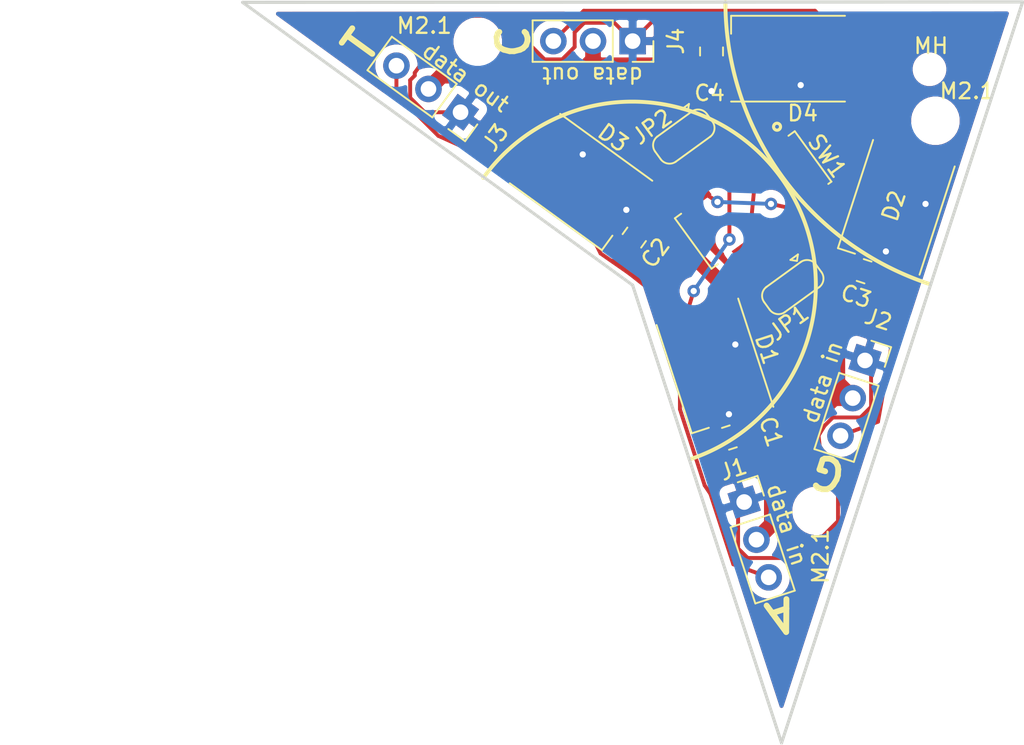
<source format=kicad_pcb>
(kicad_pcb (version 20171130) (host pcbnew 5.1.8)

  (general
    (thickness 1.6)
    (drawings 80)
    (tracks 158)
    (zones 0)
    (modules 19)
    (nets 11)
  )

  (page A4)
  (layers
    (0 F.Cu signal)
    (31 B.Cu signal)
    (32 B.Adhes user)
    (33 F.Adhes user)
    (34 B.Paste user)
    (35 F.Paste user)
    (36 B.SilkS user)
    (37 F.SilkS user)
    (38 B.Mask user)
    (39 F.Mask user)
    (40 Dwgs.User user)
    (41 Cmts.User user)
    (42 Eco1.User user)
    (43 Eco2.User user)
    (44 Edge.Cuts user)
    (45 Margin user)
    (46 B.CrtYd user)
    (47 F.CrtYd user)
    (48 B.Fab user)
    (49 F.Fab user hide)
  )

  (setup
    (last_trace_width 0.25)
    (trace_clearance 0.2)
    (zone_clearance 0.508)
    (zone_45_only no)
    (trace_min 0.2)
    (via_size 0.8)
    (via_drill 0.4)
    (via_min_size 0.4)
    (via_min_drill 0.3)
    (uvia_size 0.3)
    (uvia_drill 0.1)
    (uvias_allowed no)
    (uvia_min_size 0.2)
    (uvia_min_drill 0.1)
    (edge_width 0.05)
    (segment_width 0.2)
    (pcb_text_width 0.3)
    (pcb_text_size 1.5 1.5)
    (mod_edge_width 0.12)
    (mod_text_size 1 1)
    (mod_text_width 0.15)
    (pad_size 1.524 1.524)
    (pad_drill 0.762)
    (pad_to_mask_clearance 0)
    (aux_axis_origin 0 0)
    (visible_elements FFFFFF7F)
    (pcbplotparams
      (layerselection 0x010fc_ffffffff)
      (usegerberextensions false)
      (usegerberattributes true)
      (usegerberadvancedattributes true)
      (creategerberjobfile true)
      (excludeedgelayer true)
      (linewidth 0.100000)
      (plotframeref false)
      (viasonmask false)
      (mode 1)
      (useauxorigin false)
      (hpglpennumber 1)
      (hpglpenspeed 20)
      (hpglpendiameter 15.000000)
      (psnegative false)
      (psa4output false)
      (plotreference true)
      (plotvalue true)
      (plotinvisibletext false)
      (padsonsilk false)
      (subtractmaskfromsilk false)
      (outputformat 1)
      (mirror false)
      (drillshape 0)
      (scaleselection 1)
      (outputdirectory "Gerbers/Penrose Dart/"))
  )

  (net 0 "")
  (net 1 VCC)
  (net 2 GND)
  (net 3 "Net-(D1-Pad4)")
  (net 4 "Net-(D1-Pad2)")
  (net 5 "Net-(D2-Pad2)")
  (net 6 "Net-(D2-Pad4)")
  (net 7 "Net-(D3-Pad2)")
  (net 8 "Net-(D3-Pad4)")
  (net 9 "Net-(D4-Pad4)")
  (net 10 "Net-(D4-Pad2)")

  (net_class Default "This is the default net class."
    (clearance 0.2)
    (trace_width 0.25)
    (via_dia 0.8)
    (via_drill 0.4)
    (uvia_dia 0.3)
    (uvia_drill 0.1)
    (add_net GND)
    (add_net "Net-(D1-Pad2)")
    (add_net "Net-(D1-Pad4)")
    (add_net "Net-(D2-Pad2)")
    (add_net "Net-(D2-Pad4)")
    (add_net "Net-(D3-Pad2)")
    (add_net "Net-(D3-Pad4)")
    (add_net "Net-(D4-Pad2)")
    (add_net "Net-(D4-Pad4)")
  )

  (net_class Power ""
    (clearance 0.2)
    (trace_width 1)
    (via_dia 0.8)
    (via_drill 0.4)
    (uvia_dia 0.3)
    (uvia_drill 0.1)
    (add_net VCC)
  )

  (module MountingHole:MountingHole_2.1mm (layer F.Cu) (tedit 5B924765) (tstamp 60077760)
    (at 169.799 81.788)
    (descr "Mounting Hole 2.1mm, no annular")
    (tags "mounting hole 2.1mm no annular")
    (attr virtual)
    (fp_text reference M2.1 (at 2.032 -1.905) (layer F.SilkS)
      (effects (font (size 1 1) (thickness 0.15)))
    )
    (fp_text value MountingHole_2.1mm (at 0 3.2) (layer F.Fab)
      (effects (font (size 1 1) (thickness 0.15)))
    )
    (fp_circle (center 0 0) (end 2.35 0) (layer F.CrtYd) (width 0.05))
    (fp_circle (center 0 0) (end 2.1 0) (layer Cmts.User) (width 0.15))
    (fp_text user %R (at 0.3 0) (layer F.Fab)
      (effects (font (size 1 1) (thickness 0.15)))
    )
    (pad "" np_thru_hole circle (at 0 0) (size 2.1 2.1) (drill 2.1) (layers *.Cu *.Mask))
  )

  (module MountingHole:MountingHole_2.1mm (layer F.Cu) (tedit 5B924765) (tstamp 60077730)
    (at 162.179 106.807)
    (descr "Mounting Hole 2.1mm, no annular")
    (tags "mounting hole 2.1mm no annular")
    (attr virtual)
    (fp_text reference M2.1 (at 0.254 2.921 90) (layer F.SilkS)
      (effects (font (size 1 1) (thickness 0.15)))
    )
    (fp_text value MountingHole_2.1mm (at 0 3.2) (layer F.Fab)
      (effects (font (size 1 1) (thickness 0.15)))
    )
    (fp_circle (center 0 0) (end 2.35 0) (layer F.CrtYd) (width 0.05))
    (fp_circle (center 0 0) (end 2.1 0) (layer Cmts.User) (width 0.15))
    (fp_text user %R (at 0.3 0) (layer F.Fab)
      (effects (font (size 1 1) (thickness 0.15)))
    )
    (pad "" np_thru_hole circle (at 0 0) (size 2.1 2.1) (drill 2.1) (layers *.Cu *.Mask))
  )

  (module MountingHole:MountingHole_2.1mm (layer F.Cu) (tedit 5B924765) (tstamp 60077713)
    (at 140.462 76.708)
    (descr "Mounting Hole 2.1mm, no annular")
    (tags "mounting hole 2.1mm no annular")
    (attr virtual)
    (fp_text reference M2.1 (at -3.429 -1.016) (layer F.SilkS)
      (effects (font (size 1 1) (thickness 0.15)))
    )
    (fp_text value MountingHole_2.1mm (at 0 3.2) (layer F.Fab)
      (effects (font (size 1 1) (thickness 0.15)))
    )
    (fp_circle (center 0 0) (end 2.35 0) (layer F.CrtYd) (width 0.05))
    (fp_circle (center 0 0) (end 2.1 0) (layer Cmts.User) (width 0.15))
    (fp_text user %R (at 0.3 0) (layer F.Fab)
      (effects (font (size 1 1) (thickness 0.15)))
    )
    (pad "" np_thru_hole circle (at 0 0) (size 2.1 2.1) (drill 2.1) (layers *.Cu *.Mask))
  )

  (module penroserombus:Pushpin_mountinghole (layer F.Cu) (tedit 5FFDF8C9) (tstamp 60076072)
    (at 169.418 78.486)
    (fp_text reference MH (at 0.1 -1.5) (layer F.SilkS)
      (effects (font (size 1 1) (thickness 0.15)))
    )
    (fp_text value Pushpin_mountinghole (at -0.1 -5.1) (layer F.Fab)
      (effects (font (size 1 1) (thickness 0.15)))
    )
    (fp_circle (center 0 0) (end 4 0) (layer F.CrtYd) (width 0.12))
    (pad "" np_thru_hole circle (at 0 0) (size 1.15 1.15) (drill 1.15) (layers *.Cu *.Mask))
  )

  (module Capacitor_SMD:C_0805_2012Metric_Pad1.18x1.45mm_HandSolder (layer F.Cu) (tedit 5F68FEEF) (tstamp 6005EF31)
    (at 156.591 102.108 198)
    (descr "Capacitor SMD 0805 (2012 Metric), square (rectangular) end terminal, IPC_7351 nominal with elongated pad for handsoldering. (Body size source: IPC-SM-782 page 76, https://www.pcb-3d.com/wordpress/wp-content/uploads/ipc-sm-782a_amendment_1_and_2.pdf, https://docs.google.com/spreadsheets/d/1BsfQQcO9C6DZCsRaXUlFlo91Tg2WpOkGARC1WS5S8t0/edit?usp=sharing), generated with kicad-footprint-generator")
    (tags "capacitor handsolder")
    (path /5FB205C8)
    (attr smd)
    (fp_text reference C1 (at -2.654203 -0.461796 108) (layer F.SilkS)
      (effects (font (size 1 1) (thickness 0.15)))
    )
    (fp_text value C (at 0 1.68 18) (layer F.Fab)
      (effects (font (size 1 1) (thickness 0.15)))
    )
    (fp_line (start -1 0.625) (end -1 -0.625) (layer F.Fab) (width 0.1))
    (fp_line (start -1 -0.625) (end 1 -0.625) (layer F.Fab) (width 0.1))
    (fp_line (start 1 -0.625) (end 1 0.625) (layer F.Fab) (width 0.1))
    (fp_line (start 1 0.625) (end -1 0.625) (layer F.Fab) (width 0.1))
    (fp_line (start -0.261252 -0.735) (end 0.261252 -0.735) (layer F.SilkS) (width 0.12))
    (fp_line (start -0.261252 0.735) (end 0.261252 0.735) (layer F.SilkS) (width 0.12))
    (fp_line (start -1.88 0.98) (end -1.88 -0.98) (layer F.CrtYd) (width 0.05))
    (fp_line (start -1.88 -0.98) (end 1.88 -0.98) (layer F.CrtYd) (width 0.05))
    (fp_line (start 1.88 -0.98) (end 1.88 0.98) (layer F.CrtYd) (width 0.05))
    (fp_line (start 1.88 0.98) (end -1.88 0.98) (layer F.CrtYd) (width 0.05))
    (fp_text user %R (at 0 0 18) (layer F.Fab)
      (effects (font (size 0.5 0.5) (thickness 0.08)))
    )
    (pad 2 smd roundrect (at 1.0375 0 198) (size 1.175 1.45) (layers F.Cu F.Paste F.Mask) (roundrect_rratio 0.2127659574468085)
      (net 1 VCC))
    (pad 1 smd roundrect (at -1.0375 0 198) (size 1.175 1.45) (layers F.Cu F.Paste F.Mask) (roundrect_rratio 0.2127659574468085)
      (net 2 GND))
    (model ${KISYS3DMOD}/Capacitor_SMD.3dshapes/C_0805_2012Metric.wrl
      (at (xyz 0 0 0))
      (scale (xyz 1 1 1))
      (rotate (xyz 0 0 0))
    )
  )

  (module Capacitor_SMD:C_0805_2012Metric_Pad1.18x1.45mm_HandSolder (layer F.Cu) (tedit 5F68FEEF) (tstamp 6005EF42)
    (at 150.495 89.281 234)
    (descr "Capacitor SMD 0805 (2012 Metric), square (rectangular) end terminal, IPC_7351 nominal with elongated pad for handsoldering. (Body size source: IPC-SM-782 page 76, https://www.pcb-3d.com/wordpress/wp-content/uploads/ipc-sm-782a_amendment_1_and_2.pdf, https://docs.google.com/spreadsheets/d/1BsfQQcO9C6DZCsRaXUlFlo91Tg2WpOkGARC1WS5S8t0/edit?usp=sharing), generated with kicad-footprint-generator")
    (tags "capacitor handsolder")
    (path /5FB1F44D)
    (attr smd)
    (fp_text reference C2 (at 0 -1.68 54) (layer F.SilkS)
      (effects (font (size 1 1) (thickness 0.15)))
    )
    (fp_text value C (at 0 1.68 54) (layer F.Fab)
      (effects (font (size 1 1) (thickness 0.15)))
    )
    (fp_line (start 1.88 0.98) (end -1.88 0.98) (layer F.CrtYd) (width 0.05))
    (fp_line (start 1.88 -0.98) (end 1.88 0.98) (layer F.CrtYd) (width 0.05))
    (fp_line (start -1.88 -0.98) (end 1.88 -0.98) (layer F.CrtYd) (width 0.05))
    (fp_line (start -1.88 0.98) (end -1.88 -0.98) (layer F.CrtYd) (width 0.05))
    (fp_line (start -0.261252 0.735) (end 0.261252 0.735) (layer F.SilkS) (width 0.12))
    (fp_line (start -0.261252 -0.735) (end 0.261252 -0.735) (layer F.SilkS) (width 0.12))
    (fp_line (start 1 0.625) (end -1 0.625) (layer F.Fab) (width 0.1))
    (fp_line (start 1 -0.625) (end 1 0.625) (layer F.Fab) (width 0.1))
    (fp_line (start -1 -0.625) (end 1 -0.625) (layer F.Fab) (width 0.1))
    (fp_line (start -1 0.625) (end -1 -0.625) (layer F.Fab) (width 0.1))
    (fp_text user %R (at 0 0 54) (layer F.Fab)
      (effects (font (size 0.5 0.5) (thickness 0.08)))
    )
    (pad 1 smd roundrect (at -1.0375 0 234) (size 1.175 1.45) (layers F.Cu F.Paste F.Mask) (roundrect_rratio 0.2127659574468085)
      (net 2 GND))
    (pad 2 smd roundrect (at 1.0375 0 234) (size 1.175 1.45) (layers F.Cu F.Paste F.Mask) (roundrect_rratio 0.2127659574468085)
      (net 1 VCC))
    (model ${KISYS3DMOD}/Capacitor_SMD.3dshapes/C_0805_2012Metric.wrl
      (at (xyz 0 0 0))
      (scale (xyz 1 1 1))
      (rotate (xyz 0 0 0))
    )
  )

  (module Capacitor_SMD:C_0805_2012Metric_Pad1.18x1.45mm_HandSolder (layer F.Cu) (tedit 5F68FEEF) (tstamp 6005EF53)
    (at 165.227 91.44 162)
    (descr "Capacitor SMD 0805 (2012 Metric), square (rectangular) end terminal, IPC_7351 nominal with elongated pad for handsoldering. (Body size source: IPC-SM-782 page 76, https://www.pcb-3d.com/wordpress/wp-content/uploads/ipc-sm-782a_amendment_1_and_2.pdf, https://docs.google.com/spreadsheets/d/1BsfQQcO9C6DZCsRaXUlFlo91Tg2WpOkGARC1WS5S8t0/edit?usp=sharing), generated with kicad-footprint-generator")
    (tags "capacitor handsolder")
    (path /5FFF68B2)
    (attr smd)
    (fp_text reference C3 (at 0 -1.68 162) (layer F.SilkS)
      (effects (font (size 1 1) (thickness 0.15)))
    )
    (fp_text value C (at 0 1.68 162) (layer F.Fab)
      (effects (font (size 1 1) (thickness 0.15)))
    )
    (fp_line (start -1 0.625) (end -1 -0.625) (layer F.Fab) (width 0.1))
    (fp_line (start -1 -0.625) (end 1 -0.625) (layer F.Fab) (width 0.1))
    (fp_line (start 1 -0.625) (end 1 0.625) (layer F.Fab) (width 0.1))
    (fp_line (start 1 0.625) (end -1 0.625) (layer F.Fab) (width 0.1))
    (fp_line (start -0.261252 -0.735) (end 0.261252 -0.735) (layer F.SilkS) (width 0.12))
    (fp_line (start -0.261252 0.735) (end 0.261252 0.735) (layer F.SilkS) (width 0.12))
    (fp_line (start -1.88 0.98) (end -1.88 -0.98) (layer F.CrtYd) (width 0.05))
    (fp_line (start -1.88 -0.98) (end 1.88 -0.98) (layer F.CrtYd) (width 0.05))
    (fp_line (start 1.88 -0.98) (end 1.88 0.98) (layer F.CrtYd) (width 0.05))
    (fp_line (start 1.88 0.98) (end -1.88 0.98) (layer F.CrtYd) (width 0.05))
    (fp_text user %R (at 0 0 162) (layer F.Fab)
      (effects (font (size 0.5 0.5) (thickness 0.08)))
    )
    (pad 2 smd roundrect (at 1.0375 0 162) (size 1.175 1.45) (layers F.Cu F.Paste F.Mask) (roundrect_rratio 0.2127659574468085)
      (net 1 VCC))
    (pad 1 smd roundrect (at -1.0375 0 162) (size 1.175 1.45) (layers F.Cu F.Paste F.Mask) (roundrect_rratio 0.2127659574468085)
      (net 2 GND))
    (model ${KISYS3DMOD}/Capacitor_SMD.3dshapes/C_0805_2012Metric.wrl
      (at (xyz 0 0 0))
      (scale (xyz 1 1 1))
      (rotate (xyz 0 0 0))
    )
  )

  (module Capacitor_SMD:C_0805_2012Metric_Pad1.18x1.45mm_HandSolder (layer F.Cu) (tedit 5F68FEEF) (tstamp 6005EF64)
    (at 155.448 77.343 90)
    (descr "Capacitor SMD 0805 (2012 Metric), square (rectangular) end terminal, IPC_7351 nominal with elongated pad for handsoldering. (Body size source: IPC-SM-782 page 76, https://www.pcb-3d.com/wordpress/wp-content/uploads/ipc-sm-782a_amendment_1_and_2.pdf, https://docs.google.com/spreadsheets/d/1BsfQQcO9C6DZCsRaXUlFlo91Tg2WpOkGARC1WS5S8t0/edit?usp=sharing), generated with kicad-footprint-generator")
    (tags "capacitor handsolder")
    (path /5FFF68C4)
    (attr smd)
    (fp_text reference C4 (at -2.667 -0.127 180) (layer F.SilkS)
      (effects (font (size 1 1) (thickness 0.15)))
    )
    (fp_text value C (at 0 1.68 90) (layer F.Fab)
      (effects (font (size 1 1) (thickness 0.15)))
    )
    (fp_line (start 1.88 0.98) (end -1.88 0.98) (layer F.CrtYd) (width 0.05))
    (fp_line (start 1.88 -0.98) (end 1.88 0.98) (layer F.CrtYd) (width 0.05))
    (fp_line (start -1.88 -0.98) (end 1.88 -0.98) (layer F.CrtYd) (width 0.05))
    (fp_line (start -1.88 0.98) (end -1.88 -0.98) (layer F.CrtYd) (width 0.05))
    (fp_line (start -0.261252 0.735) (end 0.261252 0.735) (layer F.SilkS) (width 0.12))
    (fp_line (start -0.261252 -0.735) (end 0.261252 -0.735) (layer F.SilkS) (width 0.12))
    (fp_line (start 1 0.625) (end -1 0.625) (layer F.Fab) (width 0.1))
    (fp_line (start 1 -0.625) (end 1 0.625) (layer F.Fab) (width 0.1))
    (fp_line (start -1 -0.625) (end 1 -0.625) (layer F.Fab) (width 0.1))
    (fp_line (start -1 0.625) (end -1 -0.625) (layer F.Fab) (width 0.1))
    (fp_text user %R (at 0 0 90) (layer F.Fab)
      (effects (font (size 0.5 0.5) (thickness 0.08)))
    )
    (pad 1 smd roundrect (at -1.0375 0 90) (size 1.175 1.45) (layers F.Cu F.Paste F.Mask) (roundrect_rratio 0.2127659574468085)
      (net 2 GND))
    (pad 2 smd roundrect (at 1.0375 0 90) (size 1.175 1.45) (layers F.Cu F.Paste F.Mask) (roundrect_rratio 0.2127659574468085)
      (net 1 VCC))
    (model ${KISYS3DMOD}/Capacitor_SMD.3dshapes/C_0805_2012Metric.wrl
      (at (xyz 0 0 0))
      (scale (xyz 1 1 1))
      (rotate (xyz 0 0 0))
    )
  )

  (module LED_SMD:LED_SK6812_PLCC4_5.0x5.0mm_P3.2mm (layer F.Cu) (tedit 5AA4B263) (tstamp 6005EF7A)
    (at 155.668535 97.513674 288)
    (descr https://cdn-shop.adafruit.com/product-files/1138/SK6812+LED+datasheet+.pdf)
    (tags "LED RGB NeoPixel")
    (path /5FFF688E)
    (attr smd)
    (fp_text reference D1 (at 0 -3.5 108) (layer F.SilkS)
      (effects (font (size 1 1) (thickness 0.15)))
    )
    (fp_text value SK6812 (at 0 4 108) (layer F.Fab)
      (effects (font (size 1 1) (thickness 0.15)))
    )
    (fp_line (start 3.45 -2.75) (end -3.45 -2.75) (layer F.CrtYd) (width 0.05))
    (fp_line (start 3.45 2.75) (end 3.45 -2.75) (layer F.CrtYd) (width 0.05))
    (fp_line (start -3.45 2.75) (end 3.45 2.75) (layer F.CrtYd) (width 0.05))
    (fp_line (start -3.45 -2.75) (end -3.45 2.75) (layer F.CrtYd) (width 0.05))
    (fp_line (start 2.5 1.5) (end 1.5 2.5) (layer F.Fab) (width 0.1))
    (fp_line (start -2.5 -2.5) (end -2.5 2.5) (layer F.Fab) (width 0.1))
    (fp_line (start -2.5 2.5) (end 2.5 2.5) (layer F.Fab) (width 0.1))
    (fp_line (start 2.5 2.5) (end 2.5 -2.5) (layer F.Fab) (width 0.1))
    (fp_line (start 2.5 -2.5) (end -2.5 -2.5) (layer F.Fab) (width 0.1))
    (fp_line (start -3.65 -2.75) (end 3.65 -2.75) (layer F.SilkS) (width 0.12))
    (fp_line (start -3.65 2.75) (end 3.65 2.75) (layer F.SilkS) (width 0.12))
    (fp_line (start 3.65 2.75) (end 3.65 1.6) (layer F.SilkS) (width 0.12))
    (fp_circle (center 0 0) (end 0 -2) (layer F.Fab) (width 0.1))
    (fp_text user %R (at 0 0 108) (layer F.Fab)
      (effects (font (size 0.8 0.8) (thickness 0.15)))
    )
    (pad 3 smd rect (at -2.45 -1.6 288) (size 1.5 1) (layers F.Cu F.Paste F.Mask)
      (net 2 GND))
    (pad 4 smd rect (at -2.45 1.6 288) (size 1.5 1) (layers F.Cu F.Paste F.Mask)
      (net 3 "Net-(D1-Pad4)"))
    (pad 2 smd rect (at 2.45 -1.6 288) (size 1.5 1) (layers F.Cu F.Paste F.Mask)
      (net 4 "Net-(D1-Pad2)"))
    (pad 1 smd rect (at 2.45 1.6 288) (size 1.5 1) (layers F.Cu F.Paste F.Mask)
      (net 1 VCC))
    (model ${KISYS3DMOD}/LED_SMD.3dshapes/LED_SK6812_PLCC4_5.0x5.0mm_P3.2mm.wrl
      (at (xyz 0 0 0))
      (scale (xyz 1 1 1))
      (rotate (xyz 0 0 0))
    )
  )

  (module LED_SMD:LED_SK6812_PLCC4_5.0x5.0mm_P3.2mm (layer F.Cu) (tedit 5AA4B263) (tstamp 6005EF90)
    (at 167.29129 87.338925 252)
    (descr https://cdn-shop.adafruit.com/product-files/1138/SK6812+LED+datasheet+.pdf)
    (tags "LED RGB NeoPixel")
    (path /5FFF6894)
    (attr smd)
    (fp_text reference D2 (at -0.0363 0.179282 72) (layer F.SilkS)
      (effects (font (size 1 1) (thickness 0.15)))
    )
    (fp_text value SK6812 (at 0 4 72) (layer F.Fab)
      (effects (font (size 1 1) (thickness 0.15)))
    )
    (fp_circle (center 0 0) (end 0 -2) (layer F.Fab) (width 0.1))
    (fp_line (start 3.65 2.75) (end 3.65 1.6) (layer F.SilkS) (width 0.12))
    (fp_line (start -3.65 2.75) (end 3.65 2.75) (layer F.SilkS) (width 0.12))
    (fp_line (start -3.65 -2.75) (end 3.65 -2.75) (layer F.SilkS) (width 0.12))
    (fp_line (start 2.5 -2.5) (end -2.5 -2.5) (layer F.Fab) (width 0.1))
    (fp_line (start 2.5 2.5) (end 2.5 -2.5) (layer F.Fab) (width 0.1))
    (fp_line (start -2.5 2.5) (end 2.5 2.5) (layer F.Fab) (width 0.1))
    (fp_line (start -2.5 -2.5) (end -2.5 2.5) (layer F.Fab) (width 0.1))
    (fp_line (start 2.5 1.5) (end 1.5 2.5) (layer F.Fab) (width 0.1))
    (fp_line (start -3.45 -2.75) (end -3.45 2.75) (layer F.CrtYd) (width 0.05))
    (fp_line (start -3.45 2.75) (end 3.45 2.75) (layer F.CrtYd) (width 0.05))
    (fp_line (start 3.45 2.75) (end 3.45 -2.75) (layer F.CrtYd) (width 0.05))
    (fp_line (start 3.45 -2.75) (end -3.45 -2.75) (layer F.CrtYd) (width 0.05))
    (fp_text user %R (at 0 0 72) (layer F.Fab)
      (effects (font (size 0.8 0.8) (thickness 0.15)))
    )
    (pad 1 smd rect (at 2.45 1.6 252) (size 1.5 1) (layers F.Cu F.Paste F.Mask)
      (net 1 VCC))
    (pad 2 smd rect (at 2.45 -1.6 252) (size 1.5 1) (layers F.Cu F.Paste F.Mask)
      (net 5 "Net-(D2-Pad2)"))
    (pad 4 smd rect (at -2.45 1.6 252) (size 1.5 1) (layers F.Cu F.Paste F.Mask)
      (net 6 "Net-(D2-Pad4)"))
    (pad 3 smd rect (at -2.45 -1.6 252) (size 1.5 1) (layers F.Cu F.Paste F.Mask)
      (net 2 GND))
    (model ${KISYS3DMOD}/LED_SMD.3dshapes/LED_SK6812_PLCC4_5.0x5.0mm_P3.2mm.wrl
      (at (xyz 0 0 0))
      (scale (xyz 1 1 1))
      (rotate (xyz 0 0 0))
    )
  )

  (module LED_SMD:LED_SK6812_PLCC4_5.0x5.0mm_P3.2mm (layer F.Cu) (tedit 5AA4B263) (tstamp 6005EFA6)
    (at 147.082437 85.716159 324)
    (descr https://cdn-shop.adafruit.com/product-files/1138/SK6812+LED+datasheet+.pdf)
    (tags "LED RGB NeoPixel")
    (path /5FB004B1)
    (attr smd)
    (fp_text reference D3 (at 0 -3.5 144) (layer F.SilkS)
      (effects (font (size 1 1) (thickness 0.15)))
    )
    (fp_text value SK6812 (at 0 4 144) (layer F.Fab)
      (effects (font (size 1 1) (thickness 0.15)))
    )
    (fp_circle (center 0 0) (end 0 -2) (layer F.Fab) (width 0.1))
    (fp_line (start 3.65 2.75) (end 3.65 1.6) (layer F.SilkS) (width 0.12))
    (fp_line (start -3.65 2.75) (end 3.65 2.75) (layer F.SilkS) (width 0.12))
    (fp_line (start -3.65 -2.75) (end 3.65 -2.75) (layer F.SilkS) (width 0.12))
    (fp_line (start 2.5 -2.5) (end -2.5 -2.5) (layer F.Fab) (width 0.1))
    (fp_line (start 2.5 2.5) (end 2.5 -2.5) (layer F.Fab) (width 0.1))
    (fp_line (start -2.5 2.5) (end 2.5 2.5) (layer F.Fab) (width 0.1))
    (fp_line (start -2.5 -2.5) (end -2.5 2.5) (layer F.Fab) (width 0.1))
    (fp_line (start 2.5 1.5) (end 1.5 2.5) (layer F.Fab) (width 0.1))
    (fp_line (start -3.45 -2.75) (end -3.45 2.75) (layer F.CrtYd) (width 0.05))
    (fp_line (start -3.45 2.75) (end 3.45 2.75) (layer F.CrtYd) (width 0.05))
    (fp_line (start 3.45 2.75) (end 3.45 -2.75) (layer F.CrtYd) (width 0.05))
    (fp_line (start 3.45 -2.75) (end -3.45 -2.75) (layer F.CrtYd) (width 0.05))
    (fp_text user %R (at 0 0 144) (layer F.Fab)
      (effects (font (size 0.8 0.8) (thickness 0.15)))
    )
    (pad 1 smd rect (at 2.45 1.6 324) (size 1.5 1) (layers F.Cu F.Paste F.Mask)
      (net 1 VCC))
    (pad 2 smd rect (at 2.45 -1.6 324) (size 1.5 1) (layers F.Cu F.Paste F.Mask)
      (net 7 "Net-(D3-Pad2)"))
    (pad 4 smd rect (at -2.45 1.6 324) (size 1.5 1) (layers F.Cu F.Paste F.Mask)
      (net 8 "Net-(D3-Pad4)"))
    (pad 3 smd rect (at -2.45 -1.6 324) (size 1.5 1) (layers F.Cu F.Paste F.Mask)
      (net 2 GND))
    (model ${KISYS3DMOD}/LED_SMD.3dshapes/LED_SK6812_PLCC4_5.0x5.0mm_P3.2mm.wrl
      (at (xyz 0 0 0))
      (scale (xyz 1 1 1))
      (rotate (xyz 0 0 0))
    )
  )

  (module LED_SMD:LED_SK6812_PLCC4_5.0x5.0mm_P3.2mm (layer F.Cu) (tedit 5AA4B263) (tstamp 6005EFBC)
    (at 160.350826 77.806432 180)
    (descr https://cdn-shop.adafruit.com/product-files/1138/SK6812+LED+datasheet+.pdf)
    (tags "LED RGB NeoPixel")
    (path /5FB01459)
    (attr smd)
    (fp_text reference D4 (at -0.939174 -3.5) (layer F.SilkS)
      (effects (font (size 1 1) (thickness 0.15)))
    )
    (fp_text value SK6812 (at 0 4) (layer F.Fab)
      (effects (font (size 1 1) (thickness 0.15)))
    )
    (fp_line (start 3.45 -2.75) (end -3.45 -2.75) (layer F.CrtYd) (width 0.05))
    (fp_line (start 3.45 2.75) (end 3.45 -2.75) (layer F.CrtYd) (width 0.05))
    (fp_line (start -3.45 2.75) (end 3.45 2.75) (layer F.CrtYd) (width 0.05))
    (fp_line (start -3.45 -2.75) (end -3.45 2.75) (layer F.CrtYd) (width 0.05))
    (fp_line (start 2.5 1.5) (end 1.5 2.5) (layer F.Fab) (width 0.1))
    (fp_line (start -2.5 -2.5) (end -2.5 2.5) (layer F.Fab) (width 0.1))
    (fp_line (start -2.5 2.5) (end 2.5 2.5) (layer F.Fab) (width 0.1))
    (fp_line (start 2.5 2.5) (end 2.5 -2.5) (layer F.Fab) (width 0.1))
    (fp_line (start 2.5 -2.5) (end -2.5 -2.5) (layer F.Fab) (width 0.1))
    (fp_line (start -3.65 -2.75) (end 3.65 -2.75) (layer F.SilkS) (width 0.12))
    (fp_line (start -3.65 2.75) (end 3.65 2.75) (layer F.SilkS) (width 0.12))
    (fp_line (start 3.65 2.75) (end 3.65 1.6) (layer F.SilkS) (width 0.12))
    (fp_circle (center 0 0) (end 0 -2) (layer F.Fab) (width 0.1))
    (fp_text user %R (at 0 0) (layer F.Fab)
      (effects (font (size 0.8 0.8) (thickness 0.15)))
    )
    (pad 3 smd rect (at -2.45 -1.6 180) (size 1.5 1) (layers F.Cu F.Paste F.Mask)
      (net 2 GND))
    (pad 4 smd rect (at -2.45 1.6 180) (size 1.5 1) (layers F.Cu F.Paste F.Mask)
      (net 9 "Net-(D4-Pad4)"))
    (pad 2 smd rect (at 2.45 -1.6 180) (size 1.5 1) (layers F.Cu F.Paste F.Mask)
      (net 10 "Net-(D4-Pad2)"))
    (pad 1 smd rect (at 2.45 1.6 180) (size 1.5 1) (layers F.Cu F.Paste F.Mask)
      (net 1 VCC))
    (model ${KISYS3DMOD}/LED_SMD.3dshapes/LED_SK6812_PLCC4_5.0x5.0mm_P3.2mm.wrl
      (at (xyz 0 0 0))
      (scale (xyz 1 1 1))
      (rotate (xyz 0 0 0))
    )
  )

  (module Connector_PinSocket_2.54mm:PinSocket_1x03_P2.54mm_Vertical (layer F.Cu) (tedit 5A19A429) (tstamp 6005EFD3)
    (at 157.539659 106.241397 18)
    (descr "Through hole straight socket strip, 1x03, 2.54mm pitch, single row (from Kicad 4.0.7), script generated")
    (tags "Through hole socket strip THT 1x03 2.54mm single row")
    (path /5FB0A86D)
    (fp_text reference J1 (at -0.011293 -2.213209 18) (layer F.SilkS)
      (effects (font (size 1 1) (thickness 0.15)))
    )
    (fp_text value Conn_01x03_Female (at 0 7.85 18) (layer F.Fab)
      (effects (font (size 1 1) (thickness 0.15)))
    )
    (fp_line (start -1.27 -1.27) (end 0.635 -1.27) (layer F.Fab) (width 0.1))
    (fp_line (start 0.635 -1.27) (end 1.27 -0.635) (layer F.Fab) (width 0.1))
    (fp_line (start 1.27 -0.635) (end 1.27 6.35) (layer F.Fab) (width 0.1))
    (fp_line (start 1.27 6.35) (end -1.27 6.35) (layer F.Fab) (width 0.1))
    (fp_line (start -1.27 6.35) (end -1.27 -1.27) (layer F.Fab) (width 0.1))
    (fp_line (start -1.33 1.27) (end 1.33 1.27) (layer F.SilkS) (width 0.12))
    (fp_line (start -1.33 1.27) (end -1.33 6.41) (layer F.SilkS) (width 0.12))
    (fp_line (start -1.33 6.41) (end 1.33 6.41) (layer F.SilkS) (width 0.12))
    (fp_line (start 1.33 1.27) (end 1.33 6.41) (layer F.SilkS) (width 0.12))
    (fp_line (start 1.33 -1.33) (end 1.33 0) (layer F.SilkS) (width 0.12))
    (fp_line (start 0 -1.33) (end 1.33 -1.33) (layer F.SilkS) (width 0.12))
    (fp_line (start -1.8 -1.8) (end 1.75 -1.8) (layer F.CrtYd) (width 0.05))
    (fp_line (start 1.75 -1.8) (end 1.75 6.85) (layer F.CrtYd) (width 0.05))
    (fp_line (start 1.75 6.85) (end -1.8 6.85) (layer F.CrtYd) (width 0.05))
    (fp_line (start -1.8 6.85) (end -1.8 -1.8) (layer F.CrtYd) (width 0.05))
    (fp_text user %R (at 0 2.54 108) (layer F.Fab)
      (effects (font (size 1 1) (thickness 0.15)))
    )
    (pad 3 thru_hole oval (at 0 5.08 18) (size 1.7 1.7) (drill 1) (layers *.Cu *.Mask)
      (net 4 "Net-(D1-Pad2)"))
    (pad 2 thru_hole oval (at 0 2.54 18) (size 1.7 1.7) (drill 1) (layers *.Cu *.Mask)
      (net 1 VCC))
    (pad 1 thru_hole rect (at 0 0 18) (size 1.7 1.7) (drill 1) (layers *.Cu *.Mask)
      (net 2 GND))
    (model ${KISYS3DMOD}/Connector_PinSocket_2.54mm.3dshapes/PinSocket_1x03_P2.54mm_Vertical.wrl
      (at (xyz 0 0 0))
      (scale (xyz 1 1 1))
      (rotate (xyz 0 0 0))
    )
  )

  (module Connector_PinSocket_2.54mm:PinSocket_1x03_P2.54mm_Vertical (layer F.Cu) (tedit 5A19A429) (tstamp 6005EFEA)
    (at 165.283918 97.161682 342)
    (descr "Through hole straight socket strip, 1x03, 2.54mm pitch, single row (from Kicad 4.0.7), script generated")
    (tags "Through hole socket strip THT 1x03 2.54mm single row")
    (path /5FB08EB1)
    (fp_text reference J2 (at 0 -2.77 162) (layer F.SilkS)
      (effects (font (size 1 1) (thickness 0.15)))
    )
    (fp_text value Conn_01x03_Female (at 0 7.85 162) (layer F.Fab)
      (effects (font (size 1 1) (thickness 0.15)))
    )
    (fp_line (start -1.8 6.85) (end -1.8 -1.8) (layer F.CrtYd) (width 0.05))
    (fp_line (start 1.75 6.85) (end -1.8 6.85) (layer F.CrtYd) (width 0.05))
    (fp_line (start 1.75 -1.8) (end 1.75 6.85) (layer F.CrtYd) (width 0.05))
    (fp_line (start -1.8 -1.8) (end 1.75 -1.8) (layer F.CrtYd) (width 0.05))
    (fp_line (start 0 -1.33) (end 1.33 -1.33) (layer F.SilkS) (width 0.12))
    (fp_line (start 1.33 -1.33) (end 1.33 0) (layer F.SilkS) (width 0.12))
    (fp_line (start 1.33 1.27) (end 1.33 6.41) (layer F.SilkS) (width 0.12))
    (fp_line (start -1.33 6.41) (end 1.33 6.41) (layer F.SilkS) (width 0.12))
    (fp_line (start -1.33 1.27) (end -1.33 6.41) (layer F.SilkS) (width 0.12))
    (fp_line (start -1.33 1.27) (end 1.33 1.27) (layer F.SilkS) (width 0.12))
    (fp_line (start -1.27 6.35) (end -1.27 -1.27) (layer F.Fab) (width 0.1))
    (fp_line (start 1.27 6.35) (end -1.27 6.35) (layer F.Fab) (width 0.1))
    (fp_line (start 1.27 -0.635) (end 1.27 6.35) (layer F.Fab) (width 0.1))
    (fp_line (start 0.635 -1.27) (end 1.27 -0.635) (layer F.Fab) (width 0.1))
    (fp_line (start -1.27 -1.27) (end 0.635 -1.27) (layer F.Fab) (width 0.1))
    (fp_text user %R (at 0 2.54 72) (layer F.Fab)
      (effects (font (size 1 1) (thickness 0.15)))
    )
    (pad 1 thru_hole rect (at 0 0 342) (size 1.7 1.7) (drill 1) (layers *.Cu *.Mask)
      (net 2 GND))
    (pad 2 thru_hole oval (at 0 2.54 342) (size 1.7 1.7) (drill 1) (layers *.Cu *.Mask)
      (net 1 VCC))
    (pad 3 thru_hole oval (at 0 5.08 342) (size 1.7 1.7) (drill 1) (layers *.Cu *.Mask)
      (net 5 "Net-(D2-Pad2)"))
    (model ${KISYS3DMOD}/Connector_PinSocket_2.54mm.3dshapes/PinSocket_1x03_P2.54mm_Vertical.wrl
      (at (xyz 0 0 0))
      (scale (xyz 1 1 1))
      (rotate (xyz 0 0 0))
    )
  )

  (module Connector_PinSocket_2.54mm:PinSocket_1x03_P2.54mm_Vertical (layer F.Cu) (tedit 5A19A429) (tstamp 6005F001)
    (at 139.360522 81.241262 234)
    (descr "Through hole straight socket strip, 1x03, 2.54mm pitch, single row (from Kicad 4.0.7), script generated")
    (tags "Through hole socket strip THT 1x03 2.54mm single row")
    (path /5FB0BC7F)
    (fp_text reference J3 (at 0 -2.77 54) (layer F.SilkS)
      (effects (font (size 1 1) (thickness 0.15)))
    )
    (fp_text value Conn_01x03_Male (at 0 7.85 54) (layer F.Fab)
      (effects (font (size 1 1) (thickness 0.15)))
    )
    (fp_line (start -1.8 6.85) (end -1.8 -1.8) (layer F.CrtYd) (width 0.05))
    (fp_line (start 1.75 6.85) (end -1.8 6.85) (layer F.CrtYd) (width 0.05))
    (fp_line (start 1.75 -1.8) (end 1.75 6.85) (layer F.CrtYd) (width 0.05))
    (fp_line (start -1.8 -1.8) (end 1.75 -1.8) (layer F.CrtYd) (width 0.05))
    (fp_line (start 0 -1.33) (end 1.33 -1.33) (layer F.SilkS) (width 0.12))
    (fp_line (start 1.33 -1.33) (end 1.33 0) (layer F.SilkS) (width 0.12))
    (fp_line (start 1.33 1.27) (end 1.33 6.41) (layer F.SilkS) (width 0.12))
    (fp_line (start -1.33 6.41) (end 1.33 6.41) (layer F.SilkS) (width 0.12))
    (fp_line (start -1.33 1.27) (end -1.33 6.41) (layer F.SilkS) (width 0.12))
    (fp_line (start -1.33 1.27) (end 1.33 1.27) (layer F.SilkS) (width 0.12))
    (fp_line (start -1.27 6.35) (end -1.27 -1.27) (layer F.Fab) (width 0.1))
    (fp_line (start 1.27 6.35) (end -1.27 6.35) (layer F.Fab) (width 0.1))
    (fp_line (start 1.27 -0.635) (end 1.27 6.35) (layer F.Fab) (width 0.1))
    (fp_line (start 0.635 -1.27) (end 1.27 -0.635) (layer F.Fab) (width 0.1))
    (fp_line (start -1.27 -1.27) (end 0.635 -1.27) (layer F.Fab) (width 0.1))
    (fp_text user %R (at 0 2.54 144) (layer F.Fab)
      (effects (font (size 1 1) (thickness 0.15)))
    )
    (pad 1 thru_hole rect (at 0 0 234) (size 1.7 1.7) (drill 1) (layers *.Cu *.Mask)
      (net 2 GND))
    (pad 2 thru_hole oval (at 0 2.54 234) (size 1.7 1.7) (drill 1) (layers *.Cu *.Mask)
      (net 1 VCC))
    (pad 3 thru_hole oval (at 0 5.08 234) (size 1.7 1.7) (drill 1) (layers *.Cu *.Mask)
      (net 8 "Net-(D3-Pad4)"))
    (model ${KISYS3DMOD}/Connector_PinSocket_2.54mm.3dshapes/PinSocket_1x03_P2.54mm_Vertical.wrl
      (at (xyz 0 0 0))
      (scale (xyz 1 1 1))
      (rotate (xyz 0 0 0))
    )
  )

  (module Connector_PinSocket_2.54mm:PinSocket_1x03_P2.54mm_Vertical (layer F.Cu) (tedit 5A19A429) (tstamp 6005F018)
    (at 150.390085 76.67934 270)
    (descr "Through hole straight socket strip, 1x03, 2.54mm pitch, single row (from Kicad 4.0.7), script generated")
    (tags "Through hole socket strip THT 1x03 2.54mm single row")
    (path /5FB0D045)
    (fp_text reference J4 (at 0 -2.77 90) (layer F.SilkS)
      (effects (font (size 1 1) (thickness 0.15)))
    )
    (fp_text value Conn_01x03_Male (at 0 7.85 90) (layer F.Fab)
      (effects (font (size 1 1) (thickness 0.15)))
    )
    (fp_line (start -1.27 -1.27) (end 0.635 -1.27) (layer F.Fab) (width 0.1))
    (fp_line (start 0.635 -1.27) (end 1.27 -0.635) (layer F.Fab) (width 0.1))
    (fp_line (start 1.27 -0.635) (end 1.27 6.35) (layer F.Fab) (width 0.1))
    (fp_line (start 1.27 6.35) (end -1.27 6.35) (layer F.Fab) (width 0.1))
    (fp_line (start -1.27 6.35) (end -1.27 -1.27) (layer F.Fab) (width 0.1))
    (fp_line (start -1.33 1.27) (end 1.33 1.27) (layer F.SilkS) (width 0.12))
    (fp_line (start -1.33 1.27) (end -1.33 6.41) (layer F.SilkS) (width 0.12))
    (fp_line (start -1.33 6.41) (end 1.33 6.41) (layer F.SilkS) (width 0.12))
    (fp_line (start 1.33 1.27) (end 1.33 6.41) (layer F.SilkS) (width 0.12))
    (fp_line (start 1.33 -1.33) (end 1.33 0) (layer F.SilkS) (width 0.12))
    (fp_line (start 0 -1.33) (end 1.33 -1.33) (layer F.SilkS) (width 0.12))
    (fp_line (start -1.8 -1.8) (end 1.75 -1.8) (layer F.CrtYd) (width 0.05))
    (fp_line (start 1.75 -1.8) (end 1.75 6.85) (layer F.CrtYd) (width 0.05))
    (fp_line (start 1.75 6.85) (end -1.8 6.85) (layer F.CrtYd) (width 0.05))
    (fp_line (start -1.8 6.85) (end -1.8 -1.8) (layer F.CrtYd) (width 0.05))
    (fp_text user %R (at 0 2.54) (layer F.Fab)
      (effects (font (size 1 1) (thickness 0.15)))
    )
    (pad 3 thru_hole oval (at 0 5.08 270) (size 1.7 1.7) (drill 1) (layers *.Cu *.Mask)
      (net 9 "Net-(D4-Pad4)"))
    (pad 2 thru_hole oval (at 0 2.54 270) (size 1.7 1.7) (drill 1) (layers *.Cu *.Mask)
      (net 1 VCC))
    (pad 1 thru_hole rect (at 0 0 270) (size 1.7 1.7) (drill 1) (layers *.Cu *.Mask)
      (net 2 GND))
    (model ${KISYS3DMOD}/Connector_PinSocket_2.54mm.3dshapes/PinSocket_1x03_P2.54mm_Vertical.wrl
      (at (xyz 0 0 0))
      (scale (xyz 1 1 1))
      (rotate (xyz 0 0 0))
    )
  )

  (module Jumper:SolderJumper-3_P1.3mm_Open_RoundedPad1.0x1.5mm (layer F.Cu) (tedit 5B391EB7) (tstamp 6005F02E)
    (at 160.655 92.456 216)
    (descr "SMD Solder 3-pad Jumper, 1x1.5mm rounded Pads, 0.3mm gap, open")
    (tags "solder jumper open")
    (path /5FD98966)
    (attr virtual)
    (fp_text reference JP1 (at 1.549167 -1.700115 216) (layer F.SilkS)
      (effects (font (size 1 1) (thickness 0.15)))
    )
    (fp_text value SolderJumper_3_Open (at 0 1.9 36) (layer F.Fab)
      (effects (font (size 1 1) (thickness 0.15)))
    )
    (fp_line (start -1.2 1.2) (end -0.9 1.5) (layer F.SilkS) (width 0.12))
    (fp_line (start -1.5 1.5) (end -0.9 1.5) (layer F.SilkS) (width 0.12))
    (fp_line (start -1.2 1.2) (end -1.5 1.5) (layer F.SilkS) (width 0.12))
    (fp_line (start -2.05 0.3) (end -2.05 -0.3) (layer F.SilkS) (width 0.12))
    (fp_line (start 1.4 1) (end -1.4 1) (layer F.SilkS) (width 0.12))
    (fp_line (start 2.05 -0.3) (end 2.05 0.3) (layer F.SilkS) (width 0.12))
    (fp_line (start -1.4 -1) (end 1.4 -1) (layer F.SilkS) (width 0.12))
    (fp_line (start -2.3 -1.25) (end 2.3 -1.25) (layer F.CrtYd) (width 0.05))
    (fp_line (start -2.3 -1.25) (end -2.3 1.25) (layer F.CrtYd) (width 0.05))
    (fp_line (start 2.3 1.25) (end 2.3 -1.25) (layer F.CrtYd) (width 0.05))
    (fp_line (start 2.3 1.25) (end -2.3 1.25) (layer F.CrtYd) (width 0.05))
    (fp_arc (start -1.35 -0.3) (end -1.35 -1) (angle -90) (layer F.SilkS) (width 0.12))
    (fp_arc (start -1.35 0.3) (end -2.05 0.3) (angle -90) (layer F.SilkS) (width 0.12))
    (fp_arc (start 1.35 0.3) (end 1.35 1) (angle -90) (layer F.SilkS) (width 0.12))
    (fp_arc (start 1.35 -0.3) (end 2.05 -0.3) (angle -90) (layer F.SilkS) (width 0.12))
    (pad 2 smd rect (at 0 0 216) (size 1 1.5) (layers F.Cu F.Mask)
      (net 6 "Net-(D2-Pad4)"))
    (pad 3 smd custom (at 1.3 0 216) (size 1 0.5) (layers F.Cu F.Mask)
      (net 7 "Net-(D3-Pad2)") (zone_connect 2)
      (options (clearance outline) (anchor rect))
      (primitives
        (gr_circle (center 0 0.25) (end 0.5 0.25) (width 0))
        (gr_circle (center 0 -0.25) (end 0.5 -0.25) (width 0))
        (gr_poly (pts
           (xy -0.55 -0.75) (xy 0 -0.75) (xy 0 0.75) (xy -0.55 0.75)) (width 0))
      ))
    (pad 1 smd custom (at -1.3 0 216) (size 1 0.5) (layers F.Cu F.Mask)
      (net 10 "Net-(D4-Pad2)") (zone_connect 2)
      (options (clearance outline) (anchor rect))
      (primitives
        (gr_circle (center 0 0.25) (end 0.5 0.25) (width 0))
        (gr_circle (center 0 -0.25) (end 0.5 -0.25) (width 0))
        (gr_poly (pts
           (xy 0.55 -0.75) (xy 0 -0.75) (xy 0 0.75) (xy 0.55 0.75)) (width 0))
      ))
  )

  (module Jumper:SolderJumper-3_P1.3mm_Open_RoundedPad1.0x1.5mm (layer F.Cu) (tedit 5B391EB7) (tstamp 6005F044)
    (at 153.67 82.804 216)
    (descr "SMD Solder 3-pad Jumper, 1x1.5mm rounded Pads, 0.3mm gap, open")
    (tags "solder jumper open")
    (path /5FD93041)
    (attr virtual)
    (fp_text reference JP2 (at 1.270679 1.708105 36) (layer F.SilkS)
      (effects (font (size 1 1) (thickness 0.15)))
    )
    (fp_text value SolderJumper_3_Open (at 0 1.9 36) (layer F.Fab)
      (effects (font (size 1 1) (thickness 0.15)))
    )
    (fp_line (start 2.3 1.25) (end -2.3 1.25) (layer F.CrtYd) (width 0.05))
    (fp_line (start 2.3 1.25) (end 2.3 -1.25) (layer F.CrtYd) (width 0.05))
    (fp_line (start -2.3 -1.25) (end -2.3 1.25) (layer F.CrtYd) (width 0.05))
    (fp_line (start -2.3 -1.25) (end 2.3 -1.25) (layer F.CrtYd) (width 0.05))
    (fp_line (start -1.4 -1) (end 1.4 -1) (layer F.SilkS) (width 0.12))
    (fp_line (start 2.05 -0.3) (end 2.05 0.3) (layer F.SilkS) (width 0.12))
    (fp_line (start 1.4 1) (end -1.4 1) (layer F.SilkS) (width 0.12))
    (fp_line (start -2.05 0.3) (end -2.05 -0.3) (layer F.SilkS) (width 0.12))
    (fp_line (start -1.2 1.2) (end -1.5 1.5) (layer F.SilkS) (width 0.12))
    (fp_line (start -1.5 1.5) (end -0.9 1.5) (layer F.SilkS) (width 0.12))
    (fp_line (start -1.2 1.2) (end -0.9 1.5) (layer F.SilkS) (width 0.12))
    (fp_arc (start 1.35 -0.3) (end 2.05 -0.3) (angle -90) (layer F.SilkS) (width 0.12))
    (fp_arc (start 1.35 0.3) (end 1.35 1) (angle -90) (layer F.SilkS) (width 0.12))
    (fp_arc (start -1.35 0.3) (end -2.05 0.3) (angle -90) (layer F.SilkS) (width 0.12))
    (fp_arc (start -1.35 -0.3) (end -1.35 -1) (angle -90) (layer F.SilkS) (width 0.12))
    (pad 1 smd custom (at -1.3 0 216) (size 1 0.5) (layers F.Cu F.Mask)
      (net 7 "Net-(D3-Pad2)") (zone_connect 2)
      (options (clearance outline) (anchor rect))
      (primitives
        (gr_circle (center 0 0.25) (end 0.5 0.25) (width 0))
        (gr_circle (center 0 -0.25) (end 0.5 -0.25) (width 0))
        (gr_poly (pts
           (xy 0.55 -0.75) (xy 0 -0.75) (xy 0 0.75) (xy 0.55 0.75)) (width 0))
      ))
    (pad 3 smd custom (at 1.3 0 216) (size 1 0.5) (layers F.Cu F.Mask)
      (net 10 "Net-(D4-Pad2)") (zone_connect 2)
      (options (clearance outline) (anchor rect))
      (primitives
        (gr_circle (center 0 0.25) (end 0.5 0.25) (width 0))
        (gr_circle (center 0 -0.25) (end 0.5 -0.25) (width 0))
        (gr_poly (pts
           (xy -0.55 -0.75) (xy 0 -0.75) (xy 0 0.75) (xy -0.55 0.75)) (width 0))
      ))
    (pad 2 smd rect (at 0 0 216) (size 1 1.5) (layers F.Cu F.Mask)
      (net 3 "Net-(D1-Pad4)"))
  )

  (module penroserombus:Aliexpress_slideswitch_2P2T (layer F.Cu) (tedit 5FEFD1C9) (tstamp 6005F05A)
    (at 158.115 86.868 306)
    (descr "MSS22D18 MINI Miniature SMD SMT Slide Switch 2P2T ")
    (path /5FB57982)
    (fp_text reference SW1 (at 0.5 -5.5 126) (layer F.SilkS)
      (effects (font (size 1 1) (thickness 0.15)))
    )
    (fp_text value SW_DPDT_x2 (at 0 -7.62 126) (layer F.Fab)
      (effects (font (size 1 1) (thickness 0.15)))
    )
    (fp_line (start 1.775 4.525) (end -1.775 4.525) (layer F.Fab) (width 0.12))
    (fp_line (start -1.775 4.525) (end -1.775 -4.525) (layer F.Fab) (width 0.12))
    (fp_line (start -1.775 -4.525) (end 1.775 -4.525) (layer F.Fab) (width 0.12))
    (fp_line (start 1.775 -4.525) (end 1.775 4.525) (layer F.Fab) (width 0.12))
    (fp_line (start -2 -4.25) (end -2 -4.75) (layer F.SilkS) (width 0.12))
    (fp_line (start -2 -4.75) (end -1.5 -4.75) (layer F.SilkS) (width 0.12))
    (fp_line (start -1.5 -4.75) (end 2 -4.75) (layer F.SilkS) (width 0.12))
    (fp_line (start 2 -4.75) (end 2 -4.5) (layer F.SilkS) (width 0.12))
    (fp_line (start -2 4.25) (end -2 4.75) (layer F.SilkS) (width 0.12))
    (fp_line (start -2 4.75) (end 2 4.75) (layer F.SilkS) (width 0.12))
    (fp_line (start 2 4.75) (end 2 4.25) (layer F.SilkS) (width 0.12))
    (fp_circle (center -2.9 -4) (end -2.676393 -4) (layer F.SilkS) (width 0.2))
    (pad 1 smd rect (at -2.825 -2.5 306) (size 1.95 1.1) (layers F.Cu F.Paste F.Mask)
      (net 7 "Net-(D3-Pad2)"))
    (pad 2 smd rect (at -2.825 0 306) (size 1.95 1.1) (layers F.Cu F.Paste F.Mask)
      (net 3 "Net-(D1-Pad4)"))
    (pad 3 smd rect (at -2.825 2.5 306) (size 1.95 1.1) (layers F.Cu F.Paste F.Mask)
      (net 10 "Net-(D4-Pad2)"))
    (pad 4 smd rect (at 2.825 -2.5 306) (size 1.95 1.1) (layers F.Cu F.Paste F.Mask)
      (net 10 "Net-(D4-Pad2)"))
    (pad 5 smd rect (at 2.825 0 306) (size 1.95 1.1) (layers F.Cu F.Paste F.Mask)
      (net 6 "Net-(D2-Pad4)"))
    (pad 6 smd rect (at 2.825 2.5 306) (size 1.95 1.1) (layers F.Cu F.Paste F.Mask)
      (net 7 "Net-(D3-Pad2)"))
    (model "${KIPRJMOD}/MSS22D18 Switch v3.step"
      (at (xyz 0 0 0))
      (scale (xyz 1 1 1))
      (rotate (xyz -90 0 90))
    )
  )

  (gr_text "data in" (at 162.56 98.552 72) (layer F.SilkS) (tstamp 60075223)
    (effects (font (size 1 1) (thickness 0.15)))
  )
  (gr_text "data in" (at 160.274 107.696 288) (layer F.SilkS) (tstamp 60075153)
    (effects (font (size 1 1) (thickness 0.15)))
  )
  (gr_text "data out" (at 147.828 78.867 180) (layer F.SilkS) (tstamp 6007514C)
    (effects (font (size 1 1) (thickness 0.15)))
  )
  (gr_text "data out" (at 139.7 78.994 324) (layer F.SilkS)
    (effects (font (size 1 1) (thickness 0.15)))
  )
  (gr_text T (at 132.969 76.962 54) (layer F.SilkS) (tstamp 600750AF)
    (effects (font (size 2 2) (thickness 0.375)))
  )
  (gr_text A (at 159.893 113.538 198) (layer F.SilkS) (tstamp 60074FF8)
    (effects (font (size 2 2) (thickness 0.375)))
  )
  (gr_text G (at 162.941 104.394 162) (layer F.SilkS) (tstamp 60074EE2)
    (effects (font (size 2 2) (thickness 0.375)))
  )
  (gr_text C (at 142.748 76.708 90) (layer F.SilkS)
    (effects (font (size 2 2) (thickness 0.375)))
  )
  (gr_arc (start 175.387 74.168) (end 156.337 74.168) (angle -71.8) (layer F.SilkS) (width 0.25))
  (gr_arc (start 150.368 92.329) (end 154.050999 103.504999) (angle -216) (layer F.SilkS) (width 0.25))
  (gr_line (start 161.641833 95.882266) (end 162.057957 94.091995) (layer Dwgs.User) (width 0.2))
  (gr_line (start 160.931192 97.629052) (end 161.641833 95.882266) (layer Dwgs.User) (width 0.2))
  (gr_line (start 155.674609 102.875764) (end 157.24948 101.926338) (layer Dwgs.User) (width 0.2))
  (gr_line (start 160.931774 87.024733) (end 159.93744 85.394207) (layer Dwgs.User) (width 0.2))
  (gr_line (start 161.642223 88.770779) (end 160.931774 87.024733) (layer Dwgs.User) (width 0.2))
  (gr_line (start 162.058151 90.560618) (end 161.642223 88.770779) (layer Dwgs.User) (width 0.2))
  (gr_line (start 117.667393 97.958506) (end 120.044699 98.729291) (layer Dwgs.User) (width 0.2))
  (gr_line (start 159.93668 99.260615) (end 160.931192 97.629052) (layer Dwgs.User) (width 0.2))
  (gr_line (start 155.675766 81.783497) (end 154.036705 81.112324) (layer Dwgs.User) (width 0.2))
  (gr_line (start 157.250533 82.731282) (end 155.675766 81.783497) (layer Dwgs.User) (width 0.2))
  (gr_line (start 158.692747 83.945601) (end 157.250533 82.731282) (layer Dwgs.User) (width 0.2))
  (gr_line (start 159.93744 85.394207) (end 158.692747 83.945601) (layer Dwgs.User) (width 0.2))
  (gr_line (start 166.832975 91.236458) (end 169.485032 92.322438) (layer Dwgs.User) (width 0.2))
  (gr_line (start 164.284948 89.70291) (end 166.832975 91.236458) (layer Dwgs.User) (width 0.2))
  (gr_line (start 161.951396 87.7381) (end 164.284948 89.70291) (layer Dwgs.User) (width 0.2))
  (gr_line (start 159.93744 85.394207) (end 161.951396 87.7381) (layer Dwgs.User) (width 0.2))
  (gr_line (start 158.328575 82.75596) (end 159.93744 85.394207) (layer Dwgs.User) (width 0.2))
  (gr_line (start 157.179044 79.930798) (end 158.328575 82.75596) (layer Dwgs.User) (width 0.2))
  (gr_line (start 156.506059 77.034777) (end 157.179044 79.930798) (layer Dwgs.User) (width 0.2))
  (gr_line (start 156.291055 74.177946) (end 156.506059 77.034777) (layer Dwgs.User) (width 0.2))
  (gr_line (start 123.782321 94.10563) (end 119.491202 92.348477) (layer Dwgs.User) (width 0.2))
  (gr_line (start 127.905115 96.586962) (end 123.782321 94.10563) (layer Dwgs.User) (width 0.2))
  (gr_line (start 131.680881 99.76609) (end 127.905115 96.586962) (layer Dwgs.User) (width 0.2))
  (gr_line (start 133.384491 101.593143) (end 131.680881 99.76609) (layer Dwgs.User) (width 0.2))
  (gr_line (start 134.93953 103.55859) (end 133.384491 101.593143) (layer Dwgs.User) (width 0.2))
  (gr_line (start 136.329896 105.643693) (end 134.93953 103.55859) (layer Dwgs.User) (width 0.2))
  (gr_line (start 137.542729 107.827363) (end 136.329896 105.643693) (layer Dwgs.User) (width 0.2))
  (gr_line (start 139.402708 112.398571) (end 137.542729 107.827363) (layer Dwgs.User) (width 0.2))
  (gr_line (start 140.491622 117.084431) (end 139.402708 112.398571) (layer Dwgs.User) (width 0.2))
  (gr_line (start 140.839505 121.706881) (end 140.491622 117.084431) (layer Dwgs.User) (width 0.2))
  (gr_line (start 153.503933 111.160452) (end 156.289063 110.480674) (layer Dwgs.User) (width 0.2))
  (gr_line (start 150.539782 111.417176) (end 153.503933 111.160452) (layer Dwgs.User) (width 0.2))
  (gr_line (start 147.49559 111.199153) (end 150.539782 111.417176) (layer Dwgs.User) (width 0.2))
  (gr_line (start 144.487122 110.486821) (end 147.49559 111.199153) (layer Dwgs.User) (width 0.2))
  (gr_line (start 141.633404 109.298477) (end 144.487122 110.486821) (layer Dwgs.User) (width 0.2))
  (gr_line (start 139.041526 107.689137) (end 141.633404 109.298477) (layer Dwgs.User) (width 0.2))
  (gr_line (start 136.793669 105.742541) (end 139.041526 107.689137) (layer Dwgs.User) (width 0.2))
  (gr_line (start 134.93953 103.55859) (end 136.793669 105.742541) (layer Dwgs.User) (width 0.2))
  (gr_line (start 133.433541 101.12166) (end 134.93953 103.55859) (layer Dwgs.User) (width 0.2))
  (gr_line (start 132.274899 98.383602) (end 133.433541 101.12166) (layer Dwgs.User) (width 0.2))
  (gr_line (start 131.543325 95.422497) (end 132.274899 98.383602) (layer Dwgs.User) (width 0.2))
  (gr_line (start 131.293144 92.34233) (end 131.543325 95.422497) (layer Dwgs.User) (width 0.2))
  (gr_line (start 131.543663 89.261901) (end 131.293144 92.34233) (layer Dwgs.User) (width 0.2))
  (gr_line (start 132.275562 86.300034) (end 131.543663 89.261901) (layer Dwgs.User) (width 0.2))
  (gr_line (start 133.434505 83.560769) (end 132.275562 86.300034) (layer Dwgs.User) (width 0.2))
  (gr_line (start 134.940761 81.12227) (end 133.434505 83.560769) (layer Dwgs.User) (width 0.2))
  (gr_line (start 141.987566 84.053203) (end 140.841497 85.404153) (layer Dwgs.User) (width 0.2))
  (gr_line (start 143.37695 82.848693) (end 141.987566 84.053203) (layer Dwgs.User) (width 0.2))
  (gr_line (start 144.978928 81.852398) (end 143.37695 82.848693) (layer Dwgs.User) (width 0.2))
  (gr_line (start 146.742703 81.116123) (end 144.978928 81.852398) (layer Dwgs.User) (width 0.2))
  (gr_line (start 148.602087 80.673941) (end 146.742703 81.116123) (layer Dwgs.User) (width 0.2))
  (gr_line (start 150.483517 80.537236) (end 148.602087 80.673941) (layer Dwgs.User) (width 0.2))
  (gr_line (start 152.315446 80.693992) (end 150.483517 80.537236) (layer Dwgs.User) (width 0.2))
  (gr_line (start 154.036705 81.112324) (end 152.315446 80.693992) (layer Dwgs.User) (width 0.2))
  (gr_line (start 152.784879 107.787921) (end 157.539659 106.241397) (layer Dwgs.User) (width 0.2))
  (gr_line (start 162.191031 92.326237) (end 162.058151 90.560618) (layer Dwgs.User) (width 0.2))
  (gr_line (start 162.057957 94.091995) (end 162.191031 92.326237) (layer Dwgs.User) (width 0.2))
  (gr_line (start 154.035474 103.548644) (end 155.674609 102.875764) (layer Dwgs.User) (width 0.2))
  (gr_line (start 159.935449 121.696935) (end 175.387 74.168) (layer Edge.Cuts) (width 0.2))
  (gr_line (start 157.24948 101.926338) (end 158.691827 100.710517) (layer Dwgs.User) (width 0.2))
  (gr_line (start 167.661224 97.932467) (end 165.283918 97.161682) (layer Dwgs.User) (width 0.2))
  (gr_line (start 158.691827 100.710517) (end 159.93668 99.260615) (layer Dwgs.User) (width 0.2))
  (gr_line (start 150.389089 92.332384) (end 159.935449 121.696935) (layer Edge.Cuts) (width 0.2))
  (gr_line (start 125.393169 74.194039) (end 109.941618 121.722974) (layer Dwgs.User) (width 0.2))
  (gr_line (start 134.938534 121.709955) (end 134.938671 119.211634) (layer Dwgs.User) (width 0.2))
  (gr_line (start 125.393169 74.194039) (end 150.389089 92.332384) (layer Edge.Cuts) (width 0.2))
  (gr_line (start 109.941618 121.722974) (end 159.935449 121.696935) (layer Dwgs.User) (width 0.2))
  (gr_line (start 150.390085 74.181019) (end 150.389948 76.67934) (layer Dwgs.User) (width 0.2))
  (gr_line (start 139.360522 81.241262) (end 136.421736 85.285161) (layer Dwgs.User) (width 0.2))
  (gr_line (start 175.387 74.168) (end 125.393169 74.194039) (layer Edge.Cuts) (width 0.2))

  (segment (start 148.124072 88.45066) (end 149.885173 90.120355) (width 1) (layer F.Cu) (net 1))
  (segment (start 164.240279 91.119395) (end 165.012508 89.174586) (width 1) (layer F.Cu) (net 1))
  (segment (start 138.155618 78.898288) (end 139.382842 78.898288) (width 1) (layer F.Cu) (net 1))
  (segment (start 137.305619 79.748287) (end 138.155618 78.898288) (width 1) (layer F.Cu) (net 1))
  (segment (start 148.980084 78.229341) (end 152.418159 78.229341) (width 1) (layer F.Cu) (net 1))
  (segment (start 159.310731 107.670912) (end 159.310731 105.405707) (width 1) (layer F.Cu) (net 1))
  (segment (start 163.296934 99.577366) (end 164.499015 99.577366) (width 1) (layer F.Cu) (net 1))
  (segment (start 159.310731 103.563569) (end 163.296934 99.577366) (width 1) (layer F.Cu) (net 1))
  (segment (start 158.324562 108.657081) (end 159.310731 107.670912) (width 1) (layer F.Cu) (net 1))
  (segment (start 163.512846 92.609137) (end 164.240279 91.881704) (width 1) (layer F.Cu) (net 1))
  (segment (start 164.240279 91.881704) (end 164.240279 91.119395) (width 1) (layer F.Cu) (net 1))
  (segment (start 163.512846 98.591197) (end 163.512846 92.609137) (width 1) (layer F.Cu) (net 1))
  (segment (start 164.499015 99.577366) (end 163.512846 98.591197) (width 1) (layer F.Cu) (net 1))
  (segment (start 139.382842 78.898288) (end 139.978365 78.898288) (width 1) (layer F.Cu) (net 1))
  (segment (start 139.978365 78.898288) (end 148.124072 87.043995) (width 1) (layer F.Cu) (net 1))
  (segment (start 148.124072 87.043995) (end 148.124072 88.45066) (width 1) (layer F.Cu) (net 1))
  (segment (start 154.903936 100.33819) (end 155.604279 102.428605) (width 1) (layer F.Cu) (net 1))
  (segment (start 155.604279 102.428605) (end 159.310731 104.722269) (width 1) (layer F.Cu) (net 1))
  (segment (start 159.310731 104.722269) (end 159.310731 103.563569) (width 1) (layer F.Cu) (net 1))
  (segment (start 159.310731 107.670912) (end 159.310731 104.722269) (width 1) (layer F.Cu) (net 1))
  (segment (start 154.723 76.3055) (end 155.448 76.3055) (width 1) (layer F.Cu) (net 1))
  (segment (start 152.799159 78.229341) (end 154.723 76.3055) (width 1) (layer F.Cu) (net 1))
  (segment (start 148.198005 78.229341) (end 152.799159 78.229341) (width 1) (layer F.Cu) (net 1))
  (segment (start 147.850085 77.881421) (end 148.198005 78.229341) (width 1) (layer F.Cu) (net 1))
  (segment (start 157.801758 76.3055) (end 157.900826 76.206432) (width 1) (layer F.Cu) (net 1))
  (segment (start 155.448 76.3055) (end 157.801758 76.3055) (width 1) (layer F.Cu) (net 1))
  (segment (start 147.850085 77.881421) (end 147.850085 76.67934) (width 1) (layer F.Cu) (net 1))
  (segment (start 146.833218 78.898288) (end 147.850085 77.881421) (width 1) (layer F.Cu) (net 1))
  (segment (start 139.382842 78.898288) (end 146.833218 78.898288) (width 1) (layer F.Cu) (net 1))
  (segment (start 163.422874 99.577366) (end 164.499015 99.577366) (width 1) (layer F.Cu) (net 1))
  (segment (start 153.965863 90.120355) (end 163.422874 99.577366) (width 1) (layer F.Cu) (net 1))
  (segment (start 149.885173 90.120355) (end 153.965863 90.120355) (width 1) (layer F.Cu) (net 1))
  (segment (start 157.900826 76.206432) (end 159.799083 76.206432) (width 1) (layer F.Cu) (net 1))
  (segment (start 167.933992 86.253102) (end 165.012508 89.174586) (width 1) (layer F.Cu) (net 1))
  (segment (start 159.799083 76.206432) (end 161.449095 77.856444) (width 1) (layer F.Cu) (net 1))
  (segment (start 167.933992 83.66567) (end 167.933992 86.253102) (width 1) (layer F.Cu) (net 1))
  (segment (start 164.078556 77.856444) (end 167.933992 83.66567) (width 1) (layer F.Cu) (net 1))
  (segment (start 161.449095 77.856444) (end 164.078556 77.856444) (width 1) (layer F.Cu) (net 1))
  (segment (start 152.019 94.615) (end 152.781 97.282) (width 0.25) (layer F.Cu) (net 2))
  (segment (start 147.970469 89.621017) (end 147.996413 89.621017) (width 0.25) (layer F.Cu) (net 2))
  (segment (start 146.898407 88.548955) (end 147.970469 89.621017) (width 0.25) (layer F.Cu) (net 2))
  (segment (start 146.898407 86.985071) (end 146.898407 88.548955) (width 0.25) (layer F.Cu) (net 2))
  (segment (start 146.040802 83.221583) (end 146.040802 82.981658) (width 0.25) (layer F.Cu) (net 2))
  (segment (start 151.104827 88.285608) (end 147.10661 84.28739) (width 0.25) (layer F.Cu) (net 2))
  (segment (start 151.104827 88.441645) (end 151.104827 88.285608) (width 0.25) (layer F.Cu) (net 2))
  (segment (start 157.577721 101.787395) (end 156.562909 100.612091) (width 0.25) (layer F.Cu) (net 2))
  (segment (start 162.800826 79.27143) (end 162.800826 79.406432) (width 0.25) (layer F.Cu) (net 2))
  (segment (start 147.10661 84.28739) (end 146.040802 83.221583) (width 0.25) (layer F.Cu) (net 2) (tstamp 60070E36))
  (via (at 147.193 83.947) (size 0.8) (drill 0.4) (layers F.Cu B.Cu) (net 2))
  (segment (start 149.139198 90.763802) (end 151.13 92.329) (width 0.25) (layer F.Cu) (net 2))
  (segment (start 147.996413 89.621017) (end 148.336 90.297) (width 0.25) (layer F.Cu) (net 2))
  (segment (start 148.336 90.297) (end 151.257 92.329) (width 0.25) (layer F.Cu) (net 2))
  (segment (start 139.360522 81.241262) (end 144.066168 84.152832) (width 0.25) (layer F.Cu) (net 2))
  (segment (start 144.066168 84.152832) (end 146.898407 86.985071) (width 0.25) (layer F.Cu) (net 2))
  (via (at 156.562909 100.612091) (size 0.8) (drill 0.4) (layers F.Cu B.Cu) (net 2))
  (via (at 156.972 96.139) (size 0.8) (drill 0.4) (layers F.Cu B.Cu) (net 2))
  (via (at 166.624 90.17) (size 0.8) (drill 0.4) (layers F.Cu B.Cu) (net 2))
  (via (at 169.164 87.122) (size 0.8) (drill 0.4) (layers F.Cu B.Cu) (net 2))
  (via (at 155.448 79.883) (size 0.8) (drill 0.4) (layers F.Cu B.Cu) (net 2))
  (via (at 149.987 87.503) (size 0.8) (drill 0.4) (layers F.Cu B.Cu) (net 2))
  (segment (start 155.448 78.3805) (end 157.734 77.978) (width 0.25) (layer F.Cu) (net 2))
  (segment (start 157.734 77.978) (end 162.800826 79.406432) (width 0.25) (layer F.Cu) (net 2))
  (via (at 161.163 79.502) (size 0.8) (drill 0.4) (layers F.Cu B.Cu) (net 2))
  (segment (start 157.149561 109.221082) (end 157.783479 109.855) (width 0.25) (layer F.Cu) (net 2))
  (segment (start 165.674016 97.55178) (end 165.283918 97.161682) (width 0.25) (layer F.Cu) (net 2))
  (segment (start 157.783479 109.855) (end 157.783479 109.832082) (width 0.25) (layer F.Cu) (net 2))
  (segment (start 162.306 101.981) (end 162.69102 101.35002) (width 0.25) (layer F.Cu) (net 2))
  (segment (start 163.222992 100.818048) (end 164.997335 100.818048) (width 0.25) (layer F.Cu) (net 2))
  (segment (start 157.149561 106.631495) (end 157.149561 109.221082) (width 0.25) (layer F.Cu) (net 2))
  (segment (start 157.783479 109.832082) (end 161.18892 109.832082) (width 0.25) (layer F.Cu) (net 2))
  (segment (start 161.18892 109.832082) (end 163.554001 107.467001) (width 0.25) (layer F.Cu) (net 2))
  (segment (start 165.674016 100.141367) (end 165.674016 97.55178) (width 0.25) (layer F.Cu) (net 2))
  (segment (start 163.554001 107.467001) (end 163.554001 103.940201) (width 0.25) (layer F.Cu) (net 2))
  (segment (start 157.539659 106.241397) (end 157.149561 106.631495) (width 0.25) (layer F.Cu) (net 2))
  (segment (start 162.69102 101.35002) (end 163.222992 100.818048) (width 0.25) (layer F.Cu) (net 2))
  (segment (start 163.554001 103.940201) (end 162.3949 102.7811) (width 0.25) (layer F.Cu) (net 2))
  (segment (start 162.3949 102.7811) (end 162.306 101.981) (width 0.25) (layer F.Cu) (net 2))
  (segment (start 164.997335 100.818048) (end 165.674016 100.141367) (width 0.25) (layer F.Cu) (net 2))
  (segment (start 169.570072 84.683928) (end 169.570072 85.503264) (width 0.25) (layer F.Cu) (net 2))
  (segment (start 171.831 78.232) (end 171.831 82.423) (width 0.25) (layer F.Cu) (net 2))
  (segment (start 156.172739 75.381431) (end 160.140823 75.381431) (width 0.25) (layer F.Cu) (net 2))
  (segment (start 156.16118 75.39299) (end 156.172739 75.381431) (width 0.25) (layer F.Cu) (net 2))
  (segment (start 160.140823 75.381431) (end 161.790825 77.031433) (width 0.25) (layer F.Cu) (net 2))
  (segment (start 151.676435 75.39299) (end 156.16118 75.39299) (width 0.25) (layer F.Cu) (net 2))
  (segment (start 171.831 82.423) (end 169.570072 84.683928) (width 0.25) (layer F.Cu) (net 2))
  (segment (start 150.390085 76.67934) (end 151.676435 75.39299) (width 0.25) (layer F.Cu) (net 2))
  (segment (start 156.972 104.902) (end 157.539659 106.241397) (width 0.25) (layer F.Cu) (net 2))
  (segment (start 155.034519 103.791481) (end 156.972 104.902) (width 0.25) (layer F.Cu) (net 2))
  (segment (start 153.871635 100.214456) (end 155.034519 103.791481) (width 0.25) (layer F.Cu) (net 2))
  (segment (start 153.871635 99.644781) (end 153.871635 100.214456) (width 0.25) (layer F.Cu) (net 2))
  (segment (start 154.371037 99.145379) (end 153.871635 99.644781) (width 0.25) (layer F.Cu) (net 2))
  (segment (start 154.371037 99.145379) (end 155.448 98.933) (width 0.25) (layer F.Cu) (net 2))
  (segment (start 155.448 98.933) (end 156.562909 100.612091) (width 0.25) (layer F.Cu) (net 2))
  (segment (start 164.153433 77.031433) (end 165.227 76.2) (width 0.25) (layer F.Cu) (net 2))
  (segment (start 161.790825 77.031433) (end 164.153433 77.031433) (width 0.25) (layer F.Cu) (net 2))
  (segment (start 165.227 76.2) (end 169.672 76.2) (width 0.25) (layer F.Cu) (net 2))
  (segment (start 169.672 76.2) (end 171.831 78.232) (width 0.25) (layer F.Cu) (net 2))
  (segment (start 137.059592 81.241262) (end 139.360522 81.241262) (width 0.25) (layer F.Cu) (net 2))
  (segment (start 147.286084 75.504339) (end 146.675084 76.115339) (width 0.25) (layer F.Cu) (net 2))
  (segment (start 149.215084 75.504339) (end 147.286084 75.504339) (width 0.25) (layer F.Cu) (net 2))
  (segment (start 146.675084 76.115339) (end 146.675084 77.053343) (width 0.25) (layer F.Cu) (net 2))
  (segment (start 146.675084 77.053343) (end 145.874086 77.854341) (width 0.25) (layer F.Cu) (net 2))
  (segment (start 142.224742 75.332999) (end 141.859 75.057) (width 0.25) (layer F.Cu) (net 2))
  (segment (start 145.874086 77.854341) (end 144.746084 77.854341) (width 0.25) (layer F.Cu) (net 2))
  (segment (start 150.390085 76.67934) (end 149.215084 75.504339) (width 0.25) (layer F.Cu) (net 2))
  (segment (start 144.746084 77.854341) (end 142.224742 75.332999) (width 0.25) (layer F.Cu) (net 2))
  (segment (start 139.065 75.057) (end 136.425717 78.709281) (width 0.25) (layer F.Cu) (net 2))
  (segment (start 136.130618 79.184286) (end 136.130618 80.312288) (width 0.25) (layer F.Cu) (net 2))
  (segment (start 141.859 75.057) (end 139.065 75.057) (width 0.25) (layer F.Cu) (net 2))
  (segment (start 136.130618 80.312288) (end 137.059592 81.241262) (width 0.25) (layer F.Cu) (net 2))
  (segment (start 136.425717 78.709281) (end 136.425717 78.889187) (width 0.25) (layer F.Cu) (net 2))
  (segment (start 136.425717 78.889187) (end 136.130618 79.184286) (width 0.25) (layer F.Cu) (net 2))
  (segment (start 153.67 82.804) (end 156.454507 84.582527) (width 0.25) (layer F.Cu) (net 3))
  (via (at 154.305 92.71) (size 0.8) (drill 0.4) (layers F.Cu B.Cu) (net 3))
  (via (at 156.593393 89.400772) (size 0.8) (drill 0.4) (layers F.Cu B.Cu) (net 3))
  (segment (start 156.593393 84.721413) (end 156.454507 84.582527) (width 0.25) (layer F.Cu) (net 3))
  (segment (start 156.593393 89.400772) (end 156.593393 84.721413) (width 0.25) (layer F.Cu) (net 3))
  (segment (start 154.305 92.71) (end 156.593393 89.400772) (width 0.25) (layer B.Cu) (net 3))
  (segment (start 154.305 92.71) (end 153.389753 95.678013) (width 0.25) (layer F.Cu) (net 3))
  (segment (start 155.011783 105.177088) (end 155.375428 105.718428) (width 0.25) (layer F.Cu) (net 4))
  (segment (start 153.421624 100.285767) (end 155.011783 105.177088) (width 0.25) (layer F.Cu) (net 4))
  (segment (start 156.845 110.236) (end 159.109465 111.072764) (width 0.25) (layer F.Cu) (net 4))
  (segment (start 153.421624 99.308376) (end 153.421624 100.285767) (width 0.25) (layer F.Cu) (net 4))
  (segment (start 155.375428 105.718428) (end 156.845 110.236) (width 0.25) (layer F.Cu) (net 4))
  (segment (start 153.9875 98.7425) (end 155.859978 98.267022) (width 0.25) (layer F.Cu) (net 4))
  (segment (start 157.947317 99.349335) (end 155.859978 98.267022) (width 0.25) (layer F.Cu) (net 4))
  (segment (start 153.9875 98.7425) (end 153.421624 99.308376) (width 0.25) (layer F.Cu) (net 4))
  (segment (start 163.714112 101.993049) (end 166.116 101.092) (width 0.25) (layer F.Cu) (net 5))
  (segment (start 166.116 101.092) (end 168.055889 90.163441) (width 0.25) (layer F.Cu) (net 5))
  (segment (start 159.775493 89.153473) (end 160.655 92.456) (width 0.25) (layer F.Cu) (net 6))
  (segment (start 163.198275 87.842825) (end 166.526691 84.514409) (width 0.25) (layer F.Cu) (net 6))
  (segment (start 161.19194 92.99294) (end 161.920377 92.99294) (width 0.25) (layer F.Cu) (net 6))
  (segment (start 160.655 92.456) (end 161.19194 92.99294) (width 0.25) (layer F.Cu) (net 6))
  (segment (start 162.762659 92.150659) (end 163.198275 87.842825) (width 0.25) (layer F.Cu) (net 6))
  (segment (start 161.920377 92.99294) (end 162.762659 92.150659) (width 0.25) (layer F.Cu) (net 6))
  (segment (start 154.721722 82.039879) (end 158.477049 83.113064) (width 0.25) (layer F.Cu) (net 7))
  (segment (start 157.752951 90.622936) (end 159.603278 93.220121) (width 0.25) (layer F.Cu) (net 7))
  (segment (start 154.260178 81.578335) (end 154.721722 82.039879) (width 0.25) (layer F.Cu) (net 7))
  (segment (start 153.093348 81.578335) (end 154.260178 81.578335) (width 0.25) (layer F.Cu) (net 7))
  (segment (start 150.004985 84.666698) (end 153.093348 81.578335) (width 0.25) (layer F.Cu) (net 7))
  (segment (start 150.004985 85.861806) (end 150.004985 84.666698) (width 0.25) (layer F.Cu) (net 7))
  (segment (start 158.477049 83.113064) (end 157.752951 90.622936) (width 0.25) (layer F.Cu) (net 7))
  (segment (start 135.250716 80.068797) (end 137.935473 82.753554) (width 0.25) (layer F.Cu) (net 8))
  (segment (start 135.250716 78.255313) (end 135.250716 80.068797) (width 0.25) (layer F.Cu) (net 8))
  (segment (start 137.935473 82.753554) (end 144.159889 85.570512) (width 0.25) (layer F.Cu) (net 8))
  (segment (start 145.310085 76.67934) (end 147.255434 74.733991) (width 0.25) (layer F.Cu) (net 9))
  (segment (start 147.255434 74.733991) (end 162.078385 74.733991) (width 0.25) (layer F.Cu) (net 9))
  (segment (start 162.078385 74.733991) (end 162.800826 75.456432) (width 0.25) (layer F.Cu) (net 9))
  (segment (start 162.800826 75.456432) (end 162.800826 76.206432) (width 0.25) (layer F.Cu) (net 9))
  (segment (start 152.618278 83.568121) (end 154.431964 86.05199) (width 0.25) (layer F.Cu) (net 10))
  (segment (start 161.798036 87.68401) (end 161.706722 91.691879) (width 0.25) (layer F.Cu) (net 10))
  (segment (start 161.798036 83.303642) (end 161.798036 87.68401) (width 0.25) (layer F.Cu) (net 10))
  (segment (start 157.900826 79.406432) (end 161.798036 83.303642) (width 0.25) (layer F.Cu) (net 10))
  (via (at 159.258 87.122) (size 0.8) (drill 0.4) (layers F.Cu B.Cu) (net 10))
  (segment (start 159.258 87.122) (end 161.798036 87.68401) (width 0.25) (layer F.Cu) (net 10))
  (via (at 155.829 86.995) (size 0.8) (drill 0.4) (layers F.Cu B.Cu) (net 10))
  (segment (start 154.431964 86.05199) (end 155.829 86.995) (width 0.25) (layer F.Cu) (net 10))
  (segment (start 155.829 86.995) (end 159.258 87.122) (width 0.25) (layer B.Cu) (net 10))

  (zone (net 2) (net_name GND) (layer F.Cu) (tstamp 600858D4) (hatch edge 0.508)
    (connect_pads (clearance 0.508))
    (min_thickness 0.254)
    (fill yes (arc_segments 32) (thermal_gap 0.508) (thermal_bridge_width 0.508))
    (polygon
      (pts
        (xy 159.893 121.666) (xy 150.368 92.329) (xy 125.603 74.168) (xy 175.387 74.168)
      )
    )
    (filled_polygon
      (pts
        (xy 159.935449 119.319606) (xy 157.300509 111.214546) (xy 157.649204 111.343396) (xy 157.681533 111.505922) (xy 157.793475 111.776175)
        (xy 157.95599 112.019396) (xy 158.162833 112.226239) (xy 158.406054 112.388754) (xy 158.676307 112.500696) (xy 158.963205 112.557764)
        (xy 159.255725 112.557764) (xy 159.542623 112.500696) (xy 159.812876 112.388754) (xy 160.056097 112.226239) (xy 160.26294 112.019396)
        (xy 160.425455 111.776175) (xy 160.537397 111.505922) (xy 160.594465 111.219024) (xy 160.594465 110.926504) (xy 160.537397 110.639606)
        (xy 160.425455 110.369353) (xy 160.26294 110.126132) (xy 160.056097 109.919289) (xy 159.812876 109.756774) (xy 159.542623 109.644832)
        (xy 159.454456 109.627294) (xy 159.478037 109.603713) (xy 159.640552 109.360492) (xy 159.752494 109.090239) (xy 159.809562 108.803341)
        (xy 159.809562 108.777213) (xy 160.073876 108.512899) (xy 160.11718 108.477361) (xy 160.158309 108.427246) (xy 160.259015 108.304535)
        (xy 160.364407 108.107359) (xy 160.429308 107.893411) (xy 160.451222 107.670912) (xy 160.445731 107.61516) (xy 160.445731 106.641042)
        (xy 160.494 106.641042) (xy 160.494 106.972958) (xy 160.558754 107.298496) (xy 160.685772 107.605147) (xy 160.870175 107.881125)
        (xy 161.104875 108.115825) (xy 161.380853 108.300228) (xy 161.687504 108.427246) (xy 162.013042 108.492) (xy 162.344958 108.492)
        (xy 162.670496 108.427246) (xy 162.977147 108.300228) (xy 163.253125 108.115825) (xy 163.487825 107.881125) (xy 163.672228 107.605147)
        (xy 163.799246 107.298496) (xy 163.864 106.972958) (xy 163.864 106.641042) (xy 163.799246 106.315504) (xy 163.672228 106.008853)
        (xy 163.487825 105.732875) (xy 163.253125 105.498175) (xy 162.977147 105.313772) (xy 162.670496 105.186754) (xy 162.344958 105.122)
        (xy 162.013042 105.122) (xy 161.687504 105.186754) (xy 161.380853 105.313772) (xy 161.104875 105.498175) (xy 160.870175 105.732875)
        (xy 160.685772 106.008853) (xy 160.558754 106.315504) (xy 160.494 106.641042) (xy 160.445731 106.641042) (xy 160.445731 104.758183)
        (xy 160.450528 104.682476) (xy 160.445731 104.646642) (xy 160.445731 104.0337) (xy 162.24753 102.231902) (xy 162.28618 102.426207)
        (xy 162.398122 102.69646) (xy 162.560637 102.939681) (xy 162.76748 103.146524) (xy 163.010701 103.309039) (xy 163.280954 103.420981)
        (xy 163.567852 103.478049) (xy 163.860372 103.478049) (xy 164.14727 103.420981) (xy 164.417523 103.309039) (xy 164.660744 103.146524)
        (xy 164.867587 102.939681) (xy 165.030102 102.69646) (xy 165.142044 102.426207) (xy 165.175817 102.25642) (xy 165.525271 102.125326)
      )
    )
    (filled_polygon
      (pts
        (xy 157.312072 104.820186) (xy 157.250609 104.940813) (xy 157.621198 106.081368) (xy 157.64022 106.075187) (xy 157.718709 106.316756)
        (xy 157.699688 106.322936) (xy 157.705869 106.341958) (xy 157.4643 106.420447) (xy 157.45812 106.401426) (xy 157.439098 106.407607)
        (xy 157.360609 106.166038) (xy 157.37963 106.159858) (xy 157.009041 105.019303) (xy 156.809004 104.91738) (xy 156.271421 105.088821)
        (xy 156.156821 105.138948) (xy 156.054201 105.210469) (xy 155.992718 105.274417) (xy 155.701773 104.841302) (xy 155.385836 103.869485)
        (xy 155.534461 103.866566) (xy 155.704508 103.829257) (xy 155.708619 103.827921)
      )
    )
    (filled_polygon
      (pts
        (xy 155.708358 93.467982) (xy 155.528668 93.523532) (xy 155.414067 93.573659) (xy 155.311448 93.64518) (xy 155.224754 93.735348)
        (xy 155.157317 93.840696) (xy 155.111728 93.957175) (xy 155.089738 94.080311) (xy 155.092193 94.205371) (xy 155.119 94.327549)
        (xy 155.265383 94.768128) (xy 155.46542 94.870052) (xy 156.273105 94.607619) (xy 156.266924 94.588597) (xy 156.508493 94.510108)
        (xy 156.514673 94.529129) (xy 156.533695 94.522948) (xy 156.612184 94.764517) (xy 156.593163 94.770697) (xy 156.93285 95.816146)
        (xy 157.132887 95.91807) (xy 157.3376 95.854784) (xy 157.452201 95.804657) (xy 157.55482 95.733136) (xy 157.641514 95.642968)
        (xy 157.708951 95.53762) (xy 157.728373 95.487997) (xy 161.754772 99.514396) (xy 158.995207 102.273962) (xy 158.994154 102.220366)
        (xy 158.967347 102.098188) (xy 158.828689 101.681386) (xy 158.628653 101.579462) (xy 157.73775 101.868934) (xy 157.743931 101.887956)
        (xy 157.502362 101.966445) (xy 157.496182 101.947424) (xy 157.47716 101.953605) (xy 157.398671 101.712036) (xy 157.417692 101.705856)
        (xy 157.411511 101.686834) (xy 157.65308 101.608345) (xy 157.65926 101.627366) (xy 158.550162 101.337894) (xy 158.652086 101.137857)
        (xy 158.519272 100.719156) (xy 158.482447 100.634967) (xy 158.851783 100.514962) (xy 158.966383 100.464834) (xy 159.069002 100.393313)
        (xy 159.155697 100.303146) (xy 159.223134 100.197798) (xy 159.268724 100.081318) (xy 159.290713 99.958182) (xy 159.288257 99.833122)
        (xy 159.261451 99.710944) (xy 158.797926 98.284359) (xy 158.747798 98.169759) (xy 158.676277 98.067139) (xy 158.58611 97.980445)
        (xy 158.480762 97.913008) (xy 158.364282 97.867418) (xy 158.241146 97.845429) (xy 158.116086 97.847885) (xy 157.993908 97.874691)
        (xy 157.231889 98.122286) (xy 156.262731 97.619765) (xy 156.250463 97.610728) (xy 156.196397 97.58537) (xy 156.176673 97.575143)
        (xy 156.162606 97.569522) (xy 156.114924 97.547158) (xy 156.093233 97.541799) (xy 156.07249 97.53351) (xy 156.020717 97.523884)
        (xy 155.969587 97.511252) (xy 155.947273 97.510228) (xy 155.925306 97.506144) (xy 155.872635 97.506804) (xy 155.820037 97.504391)
        (xy 155.797952 97.50774) (xy 155.775612 97.50802) (xy 155.724093 97.51894) (xy 155.709112 97.521212) (xy 155.687577 97.52668)
        (xy 155.629159 97.539063) (xy 155.615154 97.545071) (xy 153.855989 97.991776) (xy 153.838514 97.993497) (xy 153.783543 98.010172)
        (xy 153.764266 98.015067) (xy 153.747876 98.020991) (xy 153.695253 98.036954) (xy 153.677582 98.0464) (xy 153.658754 98.053205)
        (xy 153.61171 98.08161) (xy 153.563224 98.107526) (xy 153.547741 98.120233) (xy 153.530595 98.130585) (xy 153.489991 98.167627)
        (xy 153.476497 98.178701) (xy 153.46241 98.192788) (xy 153.419996 98.231481) (xy 153.409588 98.24561) (xy 153.16413 98.491068)
        (xy 152.669024 96.968123) (xy 152.75096 97.046903) (xy 152.856308 97.11434) (xy 152.972788 97.15993) (xy 153.095924 97.181919)
        (xy 153.220984 97.179463) (xy 153.343162 97.152657) (xy 154.294219 96.84364) (xy 154.408819 96.793512) (xy 154.511438 96.721991)
        (xy 154.598133 96.631824) (xy 154.66557 96.526476) (xy 154.71116 96.409996) (xy 154.733149 96.28686) (xy 154.730693 96.1618)
        (xy 154.703887 96.039622) (xy 154.467358 95.311657) (xy 155.441986 95.311657) (xy 155.582526 95.754134) (xy 155.632653 95.868735)
        (xy 155.704175 95.971354) (xy 155.794342 96.058048) (xy 155.89969 96.125485) (xy 156.01617 96.171074) (xy 156.139306 96.193064)
        (xy 156.264366 96.190609) (xy 156.386544 96.163801) (xy 156.589358 96.094673) (xy 156.691282 95.894636) (xy 156.351595 94.849187)
        (xy 155.54391 95.11162) (xy 155.441986 95.311657) (xy 154.467358 95.311657) (xy 154.380487 95.044297) (xy 154.823242 93.608506)
        (xy 154.964774 93.513937) (xy 155.108937 93.369774) (xy 155.222205 93.200256) (xy 155.286181 93.045805)
      )
    )
    (filled_polygon
      (pts
        (xy 156.842744 99.632689) (xy 157.096708 100.414311) (xy 157.134771 100.501329) (xy 157.036672 100.533204) (xy 157.085728 100.684183)
        (xy 156.885693 100.58226) (xy 156.597763 100.672584) (xy 156.483162 100.722711) (xy 156.380543 100.794233) (xy 156.293849 100.884401)
        (xy 156.287341 100.894568) (xy 156.088893 100.302232) (xy 155.754545 99.273214) (xy 155.704417 99.158614) (xy 155.664167 99.100863)
        (xy 155.766804 99.0748)
      )
    )
    (filled_polygon
      (pts
        (xy 168.122653 94.135784) (xy 168.571578 91.606718) (xy 168.589334 91.599768) (xy 168.694682 91.532331) (xy 168.784849 91.445636)
        (xy 168.85637 91.343017) (xy 168.906498 91.228417) (xy 169.370023 89.801832) (xy 169.396829 89.679654) (xy 169.399285 89.554594)
        (xy 169.377296 89.431458) (xy 169.331706 89.314978) (xy 169.264269 89.20963) (xy 169.177575 89.119463) (xy 169.074955 89.047942)
        (xy 168.960355 88.997814) (xy 168.009298 88.688797) (xy 167.88712 88.661991) (xy 167.76206 88.659535) (xy 167.638924 88.681524)
        (xy 167.522444 88.727114) (xy 167.417096 88.794551) (xy 167.326929 88.881246) (xy 167.255408 88.983865) (xy 167.20528 89.098465)
        (xy 166.741755 90.52505) (xy 166.714949 90.647228) (xy 166.714841 90.652743) (xy 166.705712 90.657394) (xy 166.37375 91.679066)
        (xy 166.392771 91.685246) (xy 166.314282 91.926815) (xy 166.29526 91.920634) (xy 165.963299 92.942307) (xy 166.065222 93.142343)
        (xy 166.351254 93.238511) (xy 166.473432 93.265318) (xy 166.598492 93.267774) (xy 166.721628 93.245784) (xy 166.738011 93.239372)
        (xy 166.262749 95.916811) (xy 166.014573 95.837665) (xy 165.814536 95.939588) (xy 165.443947 97.080143) (xy 165.462968 97.086323)
        (xy 165.384479 97.327892) (xy 165.365457 97.321711) (xy 165.359277 97.340732) (xy 165.117708 97.262243) (xy 165.123889 97.243221)
        (xy 165.104868 97.237041) (xy 165.183357 96.995472) (xy 165.202379 97.001653) (xy 165.572968 95.861098) (xy 165.471044 95.661061)
        (xy 164.935359 95.483777) (xy 164.813182 95.45697) (xy 164.688122 95.454514) (xy 164.647846 95.461707) (xy 164.647846 93.079268)
        (xy 164.99537 92.731745) (xy 165.016543 92.753767) (xy 165.119162 92.825289) (xy 165.233763 92.875416) (xy 165.521693 92.96574)
        (xy 165.72173 92.863816) (xy 166.053692 91.842144) (xy 166.034671 91.835964) (xy 166.11316 91.594395) (xy 166.132182 91.600576)
        (xy 166.464143 90.578903) (xy 166.36222 90.378867) (xy 166.076188 90.282699) (xy 165.95401 90.255892) (xy 165.856809 90.253983)
        (xy 165.863117 90.239562) (xy 166.01254 89.779685) (xy 168.697133 87.095093) (xy 168.740441 87.059551) (xy 168.882276 86.886725)
        (xy 168.977409 86.708742) (xy 169.311924 86.708742) (xy 169.413848 86.908779) (xy 169.616662 86.977907) (xy 169.73884 87.004715)
        (xy 169.8639 87.00717) (xy 169.987036 86.98518) (xy 170.103516 86.939591) (xy 170.208864 86.872154) (xy 170.299031 86.78546)
        (xy 170.370553 86.682841) (xy 170.42068 86.56824) (xy 170.56122 86.125763) (xy 170.459296 85.925726) (xy 169.651611 85.663293)
        (xy 169.311924 86.708742) (xy 168.977409 86.708742) (xy 168.987668 86.689549) (xy 168.993827 86.669245) (xy 169.070356 86.630252)
        (xy 169.410043 85.584803) (xy 169.391022 85.578623) (xy 169.442 85.421725) (xy 169.730101 85.421725) (xy 170.537786 85.684158)
        (xy 170.737823 85.582234) (xy 170.884206 85.141655) (xy 170.911013 85.019477) (xy 170.913468 84.894417) (xy 170.891478 84.771281)
        (xy 170.845889 84.654802) (xy 170.778452 84.549454) (xy 170.691758 84.459286) (xy 170.589139 84.387765) (xy 170.474538 84.337638)
        (xy 170.269825 84.274352) (xy 170.069788 84.376276) (xy 169.730101 85.421725) (xy 169.442 85.421725) (xy 169.469511 85.337054)
        (xy 169.488533 85.343235) (xy 169.82822 84.297786) (xy 169.726296 84.097749) (xy 169.523482 84.028621) (xy 169.401304 84.001813)
        (xy 169.276244 83.999358) (xy 169.153108 84.021348) (xy 169.068992 84.05427) (xy 169.068992 83.723192) (xy 169.074477 83.669228)
        (xy 169.068992 83.611699) (xy 169.068992 83.609918) (xy 169.063681 83.555991) (xy 169.053257 83.446662) (xy 169.052745 83.444954)
        (xy 169.052569 83.443171) (xy 169.02058 83.337718) (xy 169.004032 83.282545) (xy 169.307504 83.408246) (xy 169.633042 83.473)
        (xy 169.964958 83.473) (xy 170.290496 83.408246) (xy 170.597147 83.281228) (xy 170.873125 83.096825) (xy 171.107825 82.862125)
        (xy 171.292228 82.586147) (xy 171.419246 82.279496) (xy 171.484 81.953958) (xy 171.484 81.622042) (xy 171.419246 81.296504)
        (xy 171.292228 80.989853) (xy 171.107825 80.713875) (xy 170.873125 80.479175) (xy 170.597147 80.294772) (xy 170.290496 80.167754)
        (xy 169.964958 80.103) (xy 169.633042 80.103) (xy 169.307504 80.167754) (xy 169.000853 80.294772) (xy 168.724875 80.479175)
        (xy 168.490175 80.713875) (xy 168.305772 80.989853) (xy 168.178754 81.296504) (xy 168.114 81.622042) (xy 168.114 81.884358)
        (xy 165.779502 78.366825) (xy 168.208 78.366825) (xy 168.208 78.605175) (xy 168.254499 78.838944) (xy 168.345712 79.05915)
        (xy 168.478131 79.25733) (xy 168.64667 79.425869) (xy 168.84485 79.558288) (xy 169.065056 79.649501) (xy 169.298825 79.696)
        (xy 169.537175 79.696) (xy 169.770944 79.649501) (xy 169.99115 79.558288) (xy 170.18933 79.425869) (xy 170.357869 79.25733)
        (xy 170.490288 79.05915) (xy 170.581501 78.838944) (xy 170.628 78.605175) (xy 170.628 78.366825) (xy 170.581501 78.133056)
        (xy 170.490288 77.91285) (xy 170.357869 77.71467) (xy 170.18933 77.546131) (xy 169.99115 77.413712) (xy 169.770944 77.322499)
        (xy 169.537175 77.276) (xy 169.298825 77.276) (xy 169.065056 77.322499) (xy 168.84485 77.413712) (xy 168.64667 77.546131)
        (xy 168.478131 77.71467) (xy 168.345712 77.91285) (xy 168.254499 78.133056) (xy 168.208 78.366825) (xy 165.779502 78.366825)
        (xy 165.054088 77.273799) (xy 165.02684 77.222821) (xy 164.956895 77.137593) (xy 164.887517 77.052516) (xy 164.886142 77.05138)
        (xy 164.885005 77.049995) (xy 164.799668 76.979961) (xy 164.715134 76.910143) (xy 164.713567 76.909299) (xy 164.712179 76.90816)
        (xy 164.614888 76.856157) (xy 164.518288 76.804135) (xy 164.516581 76.803611) (xy 164.515003 76.802768) (xy 164.409594 76.770792)
        (xy 164.304543 76.738567) (xy 164.302768 76.738387) (xy 164.301055 76.737867) (xy 164.191412 76.727068) (xy 164.186911 76.726611)
        (xy 164.188898 76.706432) (xy 164.188898 75.706432) (xy 164.176638 75.58195) (xy 164.140328 75.462252) (xy 164.081363 75.351938)
        (xy 164.002011 75.255247) (xy 163.90532 75.175895) (xy 163.795006 75.11693) (xy 163.675308 75.08062) (xy 163.550826 75.06836)
        (xy 163.455152 75.06836) (xy 163.4358 75.032156) (xy 163.340827 74.916431) (xy 163.332112 74.909279) (xy 174.375016 74.903527)
      )
    )
    (filled_polygon
      (pts
        (xy 153.969196 91.728819) (xy 153.814744 91.792795) (xy 153.645226 91.906063) (xy 153.501063 92.050226) (xy 153.387795 92.219744)
        (xy 153.309774 92.408102) (xy 153.27 92.608061) (xy 153.27 92.811939) (xy 153.309774 93.011898) (xy 153.371005 93.159721)
        (xy 153.006063 94.343176) (xy 152.485287 94.512386) (xy 152.370687 94.562514) (xy 152.268068 94.634035) (xy 152.181373 94.724202)
        (xy 152.113936 94.82955) (xy 152.068346 94.94603) (xy 152.048243 95.058605) (xy 151.094722 92.12558) (xy 151.081846 92.076353)
        (xy 151.056592 92.024365) (xy 151.033418 91.971406) (xy 151.025009 91.959345) (xy 151.018586 91.946122) (xy 150.983673 91.900057)
        (xy 150.950614 91.85264) (xy 150.940014 91.842452) (xy 150.931134 91.830735) (xy 150.887891 91.792353) (xy 150.84623 91.75231)
        (xy 150.803383 91.724891) (xy 150.452162 91.470027) (xy 150.535095 91.429802) (xy 150.673903 91.324727) (xy 150.735549 91.255355)
        (xy 153.495732 91.255355)
      )
    )
    (filled_polygon
      (pts
        (xy 151.844505 84.439317) (xy 151.860803 84.457654) (xy 151.875257 84.477548) (xy 151.958347 84.571053) (xy 152.030322 84.637586)
        (xy 152.130052 84.71308) (xy 152.213625 84.764294) (xy 152.32617 84.818882) (xy 152.41813 84.852808) (xy 152.539163 84.884391)
        (xy 152.635972 84.899724) (xy 152.650165 84.900561) (xy 152.889061 85.227733) (xy 152.869868 85.253088) (xy 152.81528 85.365632)
        (xy 152.783698 85.486664) (xy 152.776334 85.611531) (xy 152.793472 85.735435) (xy 152.834453 85.853615) (xy 152.897703 85.961529)
        (xy 154.043884 87.539112) (xy 154.126971 87.632613) (xy 154.226703 87.708109) (xy 154.339247 87.762696) (xy 154.460278 87.794279)
        (xy 154.585145 87.801643) (xy 154.709049 87.784505) (xy 154.82723 87.743524) (xy 154.935144 87.680274) (xy 155.007147 87.627961)
        (xy 155.025063 87.654774) (xy 155.169226 87.798937) (xy 155.338744 87.912205) (xy 155.527102 87.990226) (xy 155.727061 88.03)
        (xy 155.833393 88.03) (xy 155.833393 88.697061) (xy 155.789456 88.740998) (xy 155.676188 88.910516) (xy 155.598167 89.098874)
        (xy 155.558393 89.298833) (xy 155.558393 89.502711) (xy 155.598167 89.70267) (xy 155.676188 89.891028) (xy 155.789456 90.060546)
        (xy 155.933619 90.204709) (xy 156.103137 90.317977) (xy 156.121054 90.325398) (xy 156.15544 90.424561) (xy 156.21869 90.532475)
        (xy 156.844585 91.393946) (xy 154.807859 89.35722) (xy 154.772312 89.313906) (xy 154.599486 89.172071) (xy 154.40231 89.066679)
        (xy 154.188362 89.001778) (xy 154.021615 88.985355) (xy 154.021614 88.985355) (xy 153.965863 88.979864) (xy 153.910112 88.985355)
        (xy 152.391235 88.985355) (xy 152.552899 88.767541) (xy 152.616149 88.659627) (xy 152.657131 88.541447) (xy 152.674268 88.417542)
        (xy 152.666904 88.292675) (xy 152.635322 88.171645) (xy 152.580735 88.0591) (xy 152.505239 87.959368) (xy 152.411737 87.876281)
        (xy 152.054571 87.620581) (xy 151.832829 87.655702) (xy 151.282221 88.413549) (xy 151.298401 88.425304) (xy 151.149104 88.630795)
        (xy 151.132923 88.619039) (xy 151.121168 88.635219) (xy 150.915677 88.485922) (xy 150.927433 88.469741) (xy 150.058347 87.838313)
        (xy 149.836604 87.873434) (xy 149.656755 88.115749) (xy 149.598568 88.215025) (xy 149.568773 88.153598) (xy 149.493278 88.053866)
        (xy 149.399776 87.970779) (xy 149.259072 87.868552) (xy 149.259072 87.099736) (xy 149.264562 87.043994) (xy 149.259072 86.988252)
        (xy 149.259072 86.988243) (xy 149.242649 86.821496) (xy 149.201082 86.684471) (xy 149.942806 87.223364) (xy 150.05072 87.286614)
        (xy 150.1689 87.327595) (xy 150.22625 87.335527) (xy 150.172524 87.41108) (xy 150.207644 87.632823) (xy 151.076731 88.264251)
        (xy 151.627338 87.506404) (xy 151.592218 87.284662) (xy 151.238663 87.023992) (xy 151.130749 86.960742) (xy 151.012568 86.919761)
        (xy 150.957609 86.912159) (xy 151.421851 86.273185) (xy 151.485101 86.165271) (xy 151.526082 86.047091) (xy 151.54322 85.923186)
        (xy 151.535856 85.798319) (xy 151.504274 85.677288) (xy 151.449686 85.564744) (xy 151.374191 85.465012) (xy 151.280689 85.381925)
        (xy 150.764985 85.007244) (xy 150.764985 84.981499) (xy 151.618389 84.128095)
      )
    )
    (filled_polygon
      (pts
        (xy 160.607104 78.619584) (xy 160.642646 78.662893) (xy 160.815472 78.804728) (xy 161.012648 78.91012) (xy 161.226596 78.975021)
        (xy 161.393343 78.991444) (xy 161.393352 78.991444) (xy 161.414002 78.993478) (xy 161.415826 79.120682) (xy 161.574576 79.279432)
        (xy 162.673826 79.279432) (xy 162.673826 79.259432) (xy 162.927826 79.259432) (xy 162.927826 79.279432) (xy 162.947826 79.279432)
        (xy 162.947826 79.533432) (xy 162.927826 79.533432) (xy 162.927826 80.382682) (xy 163.086576 80.541432) (xy 163.550826 80.544504)
        (xy 163.675308 80.532244) (xy 163.795006 80.495934) (xy 163.90532 80.436969) (xy 164.002011 80.357617) (xy 164.081363 80.260926)
        (xy 164.140328 80.150612) (xy 164.171255 80.048659) (xy 166.147117 83.025815) (xy 166.109726 83.032492) (xy 165.993246 83.078082)
        (xy 165.887898 83.145519) (xy 165.797731 83.232214) (xy 165.72621 83.334833) (xy 165.676082 83.449433) (xy 165.271409 84.694889)
        (xy 162.852379 87.11392) (xy 162.558036 86.708792) (xy 162.558036 83.340964) (xy 162.561712 83.303641) (xy 162.558036 83.266318)
        (xy 162.558036 83.266309) (xy 162.547039 83.154656) (xy 162.503582 83.011395) (xy 162.43301 82.879366) (xy 162.338037 82.763641)
        (xy 162.30904 82.739844) (xy 159.475628 79.906432) (xy 161.412754 79.906432) (xy 161.425014 80.030914) (xy 161.461324 80.150612)
        (xy 161.520289 80.260926) (xy 161.599641 80.357617) (xy 161.696332 80.436969) (xy 161.806646 80.495934) (xy 161.926344 80.532244)
        (xy 162.050826 80.544504) (xy 162.515076 80.541432) (xy 162.673826 80.382682) (xy 162.673826 79.533432) (xy 161.574576 79.533432)
        (xy 161.415826 79.692182) (xy 161.412754 79.906432) (xy 159.475628 79.906432) (xy 159.288898 79.719703) (xy 159.288898 78.906432)
        (xy 159.276638 78.78195) (xy 159.240328 78.662252) (xy 159.181363 78.551938) (xy 159.102011 78.455247) (xy 159.00532 78.375895)
        (xy 158.895006 78.31693) (xy 158.775308 78.28062) (xy 158.650826 78.26836) (xy 157.150826 78.26836) (xy 157.026344 78.28062)
        (xy 156.906646 78.31693) (xy 156.808 78.369658) (xy 156.808 78.253498) (xy 156.649252 78.253498) (xy 156.808 78.09475)
        (xy 156.811072 77.793) (xy 156.798812 77.668518) (xy 156.762502 77.54882) (xy 156.704603 77.4405) (xy 157.746007 77.4405)
        (xy 157.801758 77.445991) (xy 157.857509 77.4405) (xy 157.85751 77.4405) (xy 158.024257 77.424077) (xy 158.238205 77.359176)
        (xy 158.265655 77.344504) (xy 158.650826 77.344504) (xy 158.682018 77.341432) (xy 159.328952 77.341432)
      )
    )
    (filled_polygon
      (pts
        (xy 155.575 78.2535) (xy 155.595 78.2535) (xy 155.595 78.5075) (xy 155.575 78.5075) (xy 155.575 79.44425)
        (xy 155.73375 79.603) (xy 156.173 79.606072) (xy 156.297482 79.593812) (xy 156.41718 79.557502) (xy 156.512754 79.506416)
        (xy 156.512754 79.906432) (xy 156.525014 80.030914) (xy 156.561324 80.150612) (xy 156.620289 80.260926) (xy 156.699641 80.357617)
        (xy 156.796332 80.436969) (xy 156.906646 80.495934) (xy 157.026344 80.532244) (xy 157.150826 80.544504) (xy 157.964097 80.544504)
        (xy 161.038036 83.618444) (xy 161.038037 86.242316) (xy 160.515612 86.621879) (xy 160.108413 86.531782) (xy 160.061937 86.462226)
        (xy 159.917774 86.318063) (xy 159.748256 86.204795) (xy 159.559898 86.126774) (xy 159.359939 86.087) (xy 159.156061 86.087)
        (xy 158.956102 86.126774) (xy 158.949738 86.12941) (xy 159.09136 84.660607) (xy 159.870148 84.094785) (xy 159.96365 84.011698)
        (xy 160.039145 83.911966) (xy 160.093733 83.799422) (xy 160.125315 83.67839) (xy 160.132679 83.553523) (xy 160.115541 83.429619)
        (xy 160.07456 83.311439) (xy 160.01131 83.203525) (xy 158.865129 81.625942) (xy 158.782042 81.532441) (xy 158.68231 81.456945)
        (xy 158.569766 81.402358) (xy 158.448735 81.370775) (xy 158.323868 81.363411) (xy 158.199964 81.380549) (xy 158.081783 81.42153)
        (xy 157.973869 81.48478) (xy 157.288253 81.982908) (xy 155.772312 81.549688) (xy 155.495495 81.168683) (xy 155.479197 81.150346)
        (xy 155.464743 81.130452) (xy 155.381653 81.036947) (xy 155.309678 80.970414) (xy 155.209948 80.89492) (xy 155.126375 80.843706)
        (xy 155.01383 80.789118) (xy 154.92187 80.755192) (xy 154.800837 80.723609) (xy 154.704028 80.708276) (xy 154.579163 80.700912)
        (xy 154.48122 80.70476) (xy 154.357312 80.721898) (xy 154.262003 80.74478) (xy 154.14382 80.785764) (xy 154.07317 80.818335)
        (xy 153.130671 80.818335) (xy 153.093348 80.814659) (xy 153.056025 80.818335) (xy 153.056015 80.818335) (xy 152.944362 80.829332)
        (xy 152.801101 80.872789) (xy 152.669072 80.943361) (xy 152.553347 81.038334) (xy 152.529549 81.067332) (xy 149.493983 84.102899)
        (xy 149.464985 84.126697) (xy 149.441187 84.155695) (xy 149.441186 84.155696) (xy 149.370011 84.242422) (xy 149.299439 84.374452)
        (xy 149.279763 84.439317) (xy 149.255983 84.517712) (xy 149.252263 84.555479) (xy 149.175904 84.64141) (xy 148.588119 85.450427)
        (xy 148.524869 85.558341) (xy 148.483888 85.676521) (xy 148.469045 85.783836) (xy 146.877069 84.19186) (xy 146.993331 84.026917)
        (xy 146.95821 83.805175) (xy 146.068898 83.159052) (xy 146.057143 83.175232) (xy 145.851652 83.025935) (xy 145.863408 83.009754)
        (xy 145.786067 82.953562) (xy 146.218196 82.953562) (xy 147.107508 83.599685) (xy 147.32925 83.564564) (xy 147.457668 83.393038)
        (xy 147.520919 83.285123) (xy 147.5619 83.166943) (xy 147.579037 83.043039) (xy 147.571674 82.918172) (xy 147.540091 82.797141)
        (xy 147.485504 82.684597) (xy 147.410008 82.584865) (xy 147.316507 82.501777) (xy 146.939115 82.231383) (xy 146.717373 82.266504)
        (xy 146.218196 82.953562) (xy 145.786067 82.953562) (xy 145.247424 82.562215) (xy 144.621608 81.936399) (xy 145.088273 81.936399)
        (xy 145.123394 82.158141) (xy 146.012706 82.804264) (xy 146.511882 82.117206) (xy 146.476762 81.895464) (xy 146.102981 81.620099)
        (xy 145.995067 81.556849) (xy 145.876887 81.515868) (xy 145.752982 81.498731) (xy 145.628115 81.506094) (xy 145.507085 81.537677)
        (xy 145.39454 81.592264) (xy 145.294808 81.667759) (xy 145.211721 81.761261) (xy 145.088273 81.936399) (xy 144.621608 81.936399)
        (xy 142.718496 80.033288) (xy 146.777467 80.033288) (xy 146.833218 80.038779) (xy 146.888969 80.033288) (xy 146.88897 80.033288)
        (xy 147.055717 80.016865) (xy 147.269665 79.951964) (xy 147.466841 79.846572) (xy 147.639667 79.704737) (xy 147.675214 79.661424)
        (xy 147.987535 79.349103) (xy 147.996498 79.349985) (xy 148.142253 79.364341) (xy 148.14226 79.364341) (xy 148.198004 79.369831)
        (xy 148.253748 79.364341) (xy 152.743408 79.364341) (xy 152.799159 79.369832) (xy 152.85491 79.364341) (xy 152.854911 79.364341)
        (xy 153.021658 79.347918) (xy 153.235606 79.283017) (xy 153.432782 79.177625) (xy 153.605608 79.03579) (xy 153.641155 78.992476)
        (xy 154.126129 78.507502) (xy 154.246748 78.507502) (xy 154.088 78.66625) (xy 154.084928 78.968) (xy 154.097188 79.092482)
        (xy 154.133498 79.21218) (xy 154.192463 79.322494) (xy 154.271815 79.419185) (xy 154.368506 79.498537) (xy 154.47882 79.557502)
        (xy 154.598518 79.593812) (xy 154.723 79.606072) (xy 155.16225 79.603) (xy 155.321 79.44425) (xy 155.321 78.5075)
        (xy 155.301 78.5075) (xy 155.301 78.2535) (xy 155.321 78.2535) (xy 155.321 78.2335) (xy 155.575 78.2335)
      )
    )
    (filled_polygon
      (pts
        (xy 139.549672 81.196985) (xy 139.537916 81.213166) (xy 140.50813 81.918067) (xy 140.729872 81.882946) (xy 140.995899 81.520953)
        (xy 143.609542 84.134597) (xy 143.513627 84.181119) (xy 143.413895 84.256614) (xy 143.330808 84.350116) (xy 143.324807 84.358375)
        (xy 140.014457 82.860224) (xy 140.06478 82.803593) (xy 140.393953 82.3453) (xy 140.358832 82.123557) (xy 139.388618 81.418656)
        (xy 139.376863 81.434836) (xy 139.171372 81.285539) (xy 139.183128 81.269358) (xy 139.166948 81.257603) (xy 139.316245 81.052112)
        (xy 139.332426 81.063868) (xy 139.344181 81.047688)
      )
    )
    (filled_polygon
      (pts
        (xy 145.676493 75.238131) (xy 145.456345 75.19434) (xy 145.163825 75.19434) (xy 144.876927 75.251408) (xy 144.606674 75.36335)
        (xy 144.363453 75.525865) (xy 144.15661 75.732708) (xy 143.994095 75.975929) (xy 143.882153 76.246182) (xy 143.825085 76.53308)
        (xy 143.825085 76.8256) (xy 143.882153 77.112498) (xy 143.994095 77.382751) (xy 144.15661 77.625972) (xy 144.293926 77.763288)
        (xy 141.783412 77.763288) (xy 141.955228 77.506147) (xy 142.082246 77.199496) (xy 142.147 76.873958) (xy 142.147 76.542042)
        (xy 142.082246 76.216504) (xy 141.955228 75.909853) (xy 141.770825 75.633875) (xy 141.536125 75.399175) (xy 141.260147 75.214772)
        (xy 140.953496 75.087754) (xy 140.627958 75.023) (xy 140.296042 75.023) (xy 139.970504 75.087754) (xy 139.663853 75.214772)
        (xy 139.387875 75.399175) (xy 139.153175 75.633875) (xy 138.968772 75.909853) (xy 138.841754 76.216504) (xy 138.777 76.542042)
        (xy 138.777 76.873958) (xy 138.841754 77.199496) (xy 138.968772 77.506147) (xy 139.140588 77.763288) (xy 138.211369 77.763288)
        (xy 138.155617 77.757797) (xy 137.933118 77.779711) (xy 137.889311 77.793) (xy 137.719171 77.844612) (xy 137.521995 77.950004)
        (xy 137.349169 78.091839) (xy 137.313629 78.135145) (xy 137.185487 78.263287) (xy 137.159359 78.263287) (xy 136.872461 78.320355)
        (xy 136.735716 78.376996) (xy 136.735716 78.109053) (xy 136.678648 77.822155) (xy 136.566706 77.551902) (xy 136.404191 77.308681)
        (xy 136.197348 77.101838) (xy 135.954127 76.939323) (xy 135.683874 76.827381) (xy 135.396976 76.770313) (xy 135.104456 76.770313)
        (xy 134.817558 76.827381) (xy 134.547305 76.939323) (xy 134.304084 77.101838) (xy 134.097241 77.308681) (xy 133.934726 77.551902)
        (xy 133.822784 77.822155) (xy 133.765716 78.109053) (xy 133.765716 78.401573) (xy 133.822784 78.688471) (xy 133.934726 78.958724)
        (xy 134.097241 79.201945) (xy 134.304084 79.408788) (xy 134.490717 79.533492) (xy 134.490717 79.88757) (xy 127.655886 74.92786)
        (xy 145.996316 74.918308)
      )
    )
    (filled_polygon
      (pts
        (xy 153.916551 75.499051) (xy 153.881011 75.542357) (xy 152.329028 77.094341) (xy 151.875789 77.094341) (xy 151.875085 76.96509)
        (xy 151.716335 76.80634) (xy 150.517085 76.80634) (xy 150.517085 76.82634) (xy 150.263085 76.82634) (xy 150.263085 76.80634)
        (xy 150.243085 76.80634) (xy 150.243085 76.55234) (xy 150.263085 76.55234) (xy 150.263085 76.53234) (xy 150.517085 76.53234)
        (xy 150.517085 76.55234) (xy 151.716335 76.55234) (xy 151.875085 76.39359) (xy 151.878157 75.82934) (xy 151.865897 75.704858)
        (xy 151.829587 75.58516) (xy 151.780855 75.493991) (xy 153.922717 75.493991)
      )
    )
  )
  (zone (net 2) (net_name GND) (layer B.Cu) (tstamp 600858D1) (hatch edge 0.508)
    (connect_pads (clearance 0.508))
    (min_thickness 0.254)
    (fill yes (arc_segments 32) (thermal_gap 0.508) (thermal_bridge_width 0.508))
    (polygon
      (pts
        (xy 159.893 121.666) (xy 150.368 92.329) (xy 125.603 74.168) (xy 175.387 74.168)
      )
    )
    (filled_polygon
      (pts
        (xy 159.935449 119.319606) (xy 155.921283 106.972052) (xy 156.215642 106.972052) (xy 156.387083 107.509635) (xy 156.43721 107.624235)
        (xy 156.508731 107.726855) (xy 156.598899 107.813548) (xy 156.704247 107.880986) (xy 156.820727 107.926575) (xy 156.943863 107.948565)
        (xy 157.012889 107.947209) (xy 157.008572 107.95367) (xy 156.89663 108.223923) (xy 156.839562 108.510821) (xy 156.839562 108.803341)
        (xy 156.89663 109.090239) (xy 157.008572 109.360492) (xy 157.171087 109.603713) (xy 157.37793 109.810556) (xy 157.621151 109.973071)
        (xy 157.891404 110.085013) (xy 157.979571 110.102551) (xy 157.95599 110.126132) (xy 157.793475 110.369353) (xy 157.681533 110.639606)
        (xy 157.624465 110.926504) (xy 157.624465 111.219024) (xy 157.681533 111.505922) (xy 157.793475 111.776175) (xy 157.95599 112.019396)
        (xy 158.162833 112.226239) (xy 158.406054 112.388754) (xy 158.676307 112.500696) (xy 158.963205 112.557764) (xy 159.255725 112.557764)
        (xy 159.542623 112.500696) (xy 159.812876 112.388754) (xy 160.056097 112.226239) (xy 160.26294 112.019396) (xy 160.425455 111.776175)
        (xy 160.537397 111.505922) (xy 160.594465 111.219024) (xy 160.594465 110.926504) (xy 160.537397 110.639606) (xy 160.425455 110.369353)
        (xy 160.26294 110.126132) (xy 160.056097 109.919289) (xy 159.812876 109.756774) (xy 159.542623 109.644832) (xy 159.454456 109.627294)
        (xy 159.478037 109.603713) (xy 159.640552 109.360492) (xy 159.752494 109.090239) (xy 159.809562 108.803341) (xy 159.809562 108.510821)
        (xy 159.752494 108.223923) (xy 159.640552 107.95367) (xy 159.478037 107.710449) (xy 159.271194 107.503606) (xy 159.027973 107.341091)
        (xy 158.964295 107.314715) (xy 159.025117 107.272325) (xy 159.11181 107.182157) (xy 159.179248 107.076809) (xy 159.224837 106.960329)
        (xy 159.246827 106.837193) (xy 159.244371 106.712133) (xy 159.228773 106.641042) (xy 160.494 106.641042) (xy 160.494 106.972958)
        (xy 160.558754 107.298496) (xy 160.685772 107.605147) (xy 160.870175 107.881125) (xy 161.104875 108.115825) (xy 161.380853 108.300228)
        (xy 161.687504 108.427246) (xy 162.013042 108.492) (xy 162.344958 108.492) (xy 162.670496 108.427246) (xy 162.977147 108.300228)
        (xy 163.253125 108.115825) (xy 163.487825 107.881125) (xy 163.672228 107.605147) (xy 163.799246 107.298496) (xy 163.864 106.972958)
        (xy 163.864 106.641042) (xy 163.799246 106.315504) (xy 163.672228 106.008853) (xy 163.487825 105.732875) (xy 163.253125 105.498175)
        (xy 162.977147 105.313772) (xy 162.670496 105.186754) (xy 162.344958 105.122) (xy 162.013042 105.122) (xy 161.687504 105.186754)
        (xy 161.380853 105.313772) (xy 161.104875 105.498175) (xy 160.870175 105.732875) (xy 160.685772 106.008853) (xy 160.558754 106.315504)
        (xy 160.494 106.641042) (xy 159.228773 106.641042) (xy 159.217564 106.589956) (xy 159.04028 106.054271) (xy 158.840243 105.952347)
        (xy 157.699688 106.322936) (xy 157.705869 106.341958) (xy 157.4643 106.420447) (xy 157.45812 106.401426) (xy 156.317565 106.772015)
        (xy 156.215642 106.972052) (xy 155.921283 106.972052) (xy 155.490056 105.645601) (xy 155.832491 105.645601) (xy 155.834947 105.770661)
        (xy 155.861754 105.892838) (xy 156.039038 106.428523) (xy 156.239075 106.530447) (xy 157.37963 106.159858) (xy 157.009041 105.019303)
        (xy 156.854995 104.940813) (xy 157.250609 104.940813) (xy 157.621198 106.081368) (xy 158.761753 105.710779) (xy 158.863676 105.510742)
        (xy 158.692235 104.973159) (xy 158.642108 104.858559) (xy 158.570587 104.755939) (xy 158.480419 104.669246) (xy 158.375071 104.601808)
        (xy 158.258591 104.556219) (xy 158.135455 104.534229) (xy 158.010395 104.536685) (xy 157.888218 104.563492) (xy 157.352533 104.740776)
        (xy 157.250609 104.940813) (xy 156.854995 104.940813) (xy 156.809004 104.91738) (xy 156.271421 105.088821) (xy 156.156821 105.138948)
        (xy 156.054201 105.210469) (xy 155.967508 105.300637) (xy 155.90007 105.405985) (xy 155.854481 105.522465) (xy 155.832491 105.645601)
        (xy 155.490056 105.645601) (xy 154.25507 101.846789) (xy 162.229112 101.846789) (xy 162.229112 102.139309) (xy 162.28618 102.426207)
        (xy 162.398122 102.69646) (xy 162.560637 102.939681) (xy 162.76748 103.146524) (xy 163.010701 103.309039) (xy 163.280954 103.420981)
        (xy 163.567852 103.478049) (xy 163.860372 103.478049) (xy 164.14727 103.420981) (xy 164.417523 103.309039) (xy 164.660744 103.146524)
        (xy 164.867587 102.939681) (xy 165.030102 102.69646) (xy 165.142044 102.426207) (xy 165.199112 102.139309) (xy 165.199112 101.846789)
        (xy 165.142044 101.559891) (xy 165.030102 101.289638) (xy 164.867587 101.046417) (xy 164.844006 101.022836) (xy 164.932173 101.005298)
        (xy 165.202426 100.893356) (xy 165.445647 100.730841) (xy 165.65249 100.523998) (xy 165.815005 100.280777) (xy 165.926947 100.010524)
        (xy 165.984015 99.723626) (xy 165.984015 99.431106) (xy 165.926947 99.144208) (xy 165.815005 98.873955) (xy 165.810688 98.867494)
        (xy 165.879714 98.86885) (xy 166.00285 98.84686) (xy 166.11933 98.801271) (xy 166.224678 98.733833) (xy 166.314846 98.64714)
        (xy 166.386367 98.54452) (xy 166.436494 98.42992) (xy 166.607935 97.892337) (xy 166.506012 97.6923) (xy 165.365457 97.321711)
        (xy 165.359277 97.340732) (xy 165.117708 97.262243) (xy 165.123889 97.243221) (xy 164.621987 97.080143) (xy 165.443947 97.080143)
        (xy 166.584502 97.450732) (xy 166.784539 97.348808) (xy 166.961823 96.813123) (xy 166.98863 96.690946) (xy 166.991086 96.565886)
        (xy 166.969096 96.44275) (xy 166.923507 96.32627) (xy 166.856069 96.220922) (xy 166.769376 96.130754) (xy 166.666756 96.059233)
        (xy 166.552156 96.009106) (xy 166.014573 95.837665) (xy 165.814536 95.939588) (xy 165.443947 97.080143) (xy 164.621987 97.080143)
        (xy 163.983334 96.872632) (xy 163.783297 96.974556) (xy 163.606013 97.510241) (xy 163.579206 97.632418) (xy 163.57675 97.757478)
        (xy 163.59874 97.880614) (xy 163.644329 97.997094) (xy 163.711767 98.102442) (xy 163.79846 98.19261) (xy 163.859282 98.235)
        (xy 163.795604 98.261376) (xy 163.552383 98.423891) (xy 163.34554 98.630734) (xy 163.183025 98.873955) (xy 163.071083 99.144208)
        (xy 163.014015 99.431106) (xy 163.014015 99.723626) (xy 163.071083 100.010524) (xy 163.183025 100.280777) (xy 163.34554 100.523998)
        (xy 163.369121 100.547579) (xy 163.280954 100.565117) (xy 163.010701 100.677059) (xy 162.76748 100.839574) (xy 162.560637 101.046417)
        (xy 162.398122 101.289638) (xy 162.28618 101.559891) (xy 162.229112 101.846789) (xy 154.25507 101.846789) (xy 152.494416 96.431027)
        (xy 163.959901 96.431027) (xy 164.061824 96.631064) (xy 165.202379 97.001653) (xy 165.572968 95.861098) (xy 165.471044 95.661061)
        (xy 164.935359 95.483777) (xy 164.813182 95.45697) (xy 164.688122 95.454514) (xy 164.564986 95.476504) (xy 164.448506 95.522093)
        (xy 164.343158 95.589531) (xy 164.25299 95.676224) (xy 164.181469 95.778844) (xy 164.131342 95.893444) (xy 163.959901 96.431027)
        (xy 152.494416 96.431027) (xy 151.251576 92.608061) (xy 153.27 92.608061) (xy 153.27 92.811939) (xy 153.309774 93.011898)
        (xy 153.387795 93.200256) (xy 153.501063 93.369774) (xy 153.645226 93.513937) (xy 153.814744 93.627205) (xy 154.003102 93.705226)
        (xy 154.203061 93.745) (xy 154.406939 93.745) (xy 154.606898 93.705226) (xy 154.795256 93.627205) (xy 154.964774 93.513937)
        (xy 155.108937 93.369774) (xy 155.222205 93.200256) (xy 155.300226 93.011898) (xy 155.34 92.811939) (xy 155.34 92.608061)
        (xy 155.330955 92.562587) (xy 156.81865 90.411243) (xy 156.895291 90.395998) (xy 157.083649 90.317977) (xy 157.253167 90.204709)
        (xy 157.39733 90.060546) (xy 157.510598 89.891028) (xy 157.588619 89.70267) (xy 157.628393 89.502711) (xy 157.628393 89.298833)
        (xy 157.588619 89.098874) (xy 157.510598 88.910516) (xy 157.39733 88.740998) (xy 157.253167 88.596835) (xy 157.083649 88.483567)
        (xy 156.895291 88.405546) (xy 156.695332 88.365772) (xy 156.491454 88.365772) (xy 156.291495 88.405546) (xy 156.103137 88.483567)
        (xy 155.933619 88.596835) (xy 155.789456 88.740998) (xy 155.676188 88.910516) (xy 155.598167 89.098874) (xy 155.558393 89.298833)
        (xy 155.558393 89.502711) (xy 155.567438 89.548184) (xy 154.079744 91.699529) (xy 154.003102 91.714774) (xy 153.814744 91.792795)
        (xy 153.645226 91.906063) (xy 153.501063 92.050226) (xy 153.387795 92.219744) (xy 153.309774 92.408102) (xy 153.27 92.608061)
        (xy 151.251576 92.608061) (xy 151.094722 92.12558) (xy 151.081846 92.076353) (xy 151.056592 92.024365) (xy 151.033418 91.971406)
        (xy 151.025009 91.959345) (xy 151.018586 91.946122) (xy 150.983673 91.900057) (xy 150.950614 91.85264) (xy 150.940014 91.842452)
        (xy 150.931134 91.830735) (xy 150.887891 91.792353) (xy 150.84623 91.75231) (xy 150.803383 91.724891) (xy 144.144781 86.893061)
        (xy 154.794 86.893061) (xy 154.794 87.096939) (xy 154.833774 87.296898) (xy 154.911795 87.485256) (xy 155.025063 87.654774)
        (xy 155.169226 87.798937) (xy 155.338744 87.912205) (xy 155.527102 87.990226) (xy 155.727061 88.03) (xy 155.930939 88.03)
        (xy 156.130898 87.990226) (xy 156.319256 87.912205) (xy 156.488774 87.798937) (xy 156.507076 87.780635) (xy 158.527764 87.855475)
        (xy 158.598226 87.925937) (xy 158.767744 88.039205) (xy 158.956102 88.117226) (xy 159.156061 88.157) (xy 159.359939 88.157)
        (xy 159.559898 88.117226) (xy 159.748256 88.039205) (xy 159.917774 87.925937) (xy 160.061937 87.781774) (xy 160.175205 87.612256)
        (xy 160.253226 87.423898) (xy 160.293 87.223939) (xy 160.293 87.020061) (xy 160.253226 86.820102) (xy 160.175205 86.631744)
        (xy 160.061937 86.462226) (xy 159.917774 86.318063) (xy 159.748256 86.204795) (xy 159.559898 86.126774) (xy 159.359939 86.087)
        (xy 159.156061 86.087) (xy 158.956102 86.126774) (xy 158.767744 86.204795) (xy 158.598226 86.318063) (xy 158.579924 86.336365)
        (xy 156.559236 86.261525) (xy 156.488774 86.191063) (xy 156.319256 86.077795) (xy 156.130898 85.999774) (xy 155.930939 85.96)
        (xy 155.727061 85.96) (xy 155.527102 85.999774) (xy 155.338744 86.077795) (xy 155.169226 86.191063) (xy 155.025063 86.335226)
        (xy 154.911795 86.504744) (xy 154.833774 86.693102) (xy 154.794 86.893061) (xy 144.144781 86.893061) (xy 137.937687 82.38887)
        (xy 138.683717 82.38887) (xy 138.718838 82.610612) (xy 139.17352 82.944755) (xy 139.281434 83.008005) (xy 139.399614 83.048986)
        (xy 139.523519 83.066124) (xy 139.648385 83.05876) (xy 139.769416 83.027177) (xy 139.881961 82.97259) (xy 139.981693 82.897095)
        (xy 140.06478 82.803593) (xy 140.393953 82.3453) (xy 140.358832 82.123557) (xy 139.388618 81.418656) (xy 138.683717 82.38887)
        (xy 137.937687 82.38887) (xy 132.039796 78.109053) (xy 133.765716 78.109053) (xy 133.765716 78.401573) (xy 133.822784 78.688471)
        (xy 133.934726 78.958724) (xy 134.097241 79.201945) (xy 134.304084 79.408788) (xy 134.547305 79.571303) (xy 134.817558 79.683245)
        (xy 135.104456 79.740313) (xy 135.396976 79.740313) (xy 135.683874 79.683245) (xy 135.820619 79.626604) (xy 135.820619 79.894547)
        (xy 135.877687 80.181445) (xy 135.989629 80.451698) (xy 136.152144 80.694919) (xy 136.358987 80.901762) (xy 136.602208 81.064277)
        (xy 136.872461 81.176219) (xy 137.159359 81.233287) (xy 137.451879 81.233287) (xy 137.577805 81.208239) (xy 137.552798 81.280354)
        (xy 137.53566 81.404259) (xy 137.543024 81.529125) (xy 137.574607 81.650156) (xy 137.629194 81.762701) (xy 137.704689 81.862433)
        (xy 137.798191 81.94552) (xy 138.256484 82.274693) (xy 138.478227 82.239572) (xy 139.183128 81.269358) (xy 139.166948 81.257603)
        (xy 139.199233 81.213166) (xy 139.537916 81.213166) (xy 140.50813 81.918067) (xy 140.729872 81.882946) (xy 140.921608 81.622042)
        (xy 168.114 81.622042) (xy 168.114 81.953958) (xy 168.178754 82.279496) (xy 168.305772 82.586147) (xy 168.490175 82.862125)
        (xy 168.724875 83.096825) (xy 169.000853 83.281228) (xy 169.307504 83.408246) (xy 169.633042 83.473) (xy 169.964958 83.473)
        (xy 170.290496 83.408246) (xy 170.597147 83.281228) (xy 170.873125 83.096825) (xy 171.107825 82.862125) (xy 171.292228 82.586147)
        (xy 171.419246 82.279496) (xy 171.484 81.953958) (xy 171.484 81.622042) (xy 171.419246 81.296504) (xy 171.292228 80.989853)
        (xy 171.107825 80.713875) (xy 170.873125 80.479175) (xy 170.597147 80.294772) (xy 170.290496 80.167754) (xy 169.964958 80.103)
        (xy 169.633042 80.103) (xy 169.307504 80.167754) (xy 169.000853 80.294772) (xy 168.724875 80.479175) (xy 168.490175 80.713875)
        (xy 168.305772 80.989853) (xy 168.178754 81.296504) (xy 168.114 81.622042) (xy 140.921608 81.622042) (xy 141.064015 81.428264)
        (xy 141.127265 81.32035) (xy 141.168246 81.20217) (xy 141.185384 81.078265) (xy 141.17802 80.953399) (xy 141.146437 80.832368)
        (xy 141.09185 80.719823) (xy 141.016355 80.620091) (xy 140.922853 80.537004) (xy 140.46456 80.207831) (xy 140.242817 80.242952)
        (xy 139.537916 81.213166) (xy 139.199233 81.213166) (xy 139.316245 81.052112) (xy 139.332426 81.063868) (xy 140.037327 80.093654)
        (xy 140.002206 79.871912) (xy 139.547524 79.537769) (xy 139.43961 79.474519) (xy 139.32143 79.433538) (xy 139.197525 79.4164)
        (xy 139.072659 79.423764) (xy 138.951628 79.455347) (xy 138.839083 79.509934) (xy 138.78104 79.553871) (xy 138.733551 79.315129)
        (xy 138.621609 79.044876) (xy 138.459094 78.801655) (xy 138.252251 78.594812) (xy 138.00903 78.432297) (xy 137.738777 78.320355)
        (xy 137.451879 78.263287) (xy 137.159359 78.263287) (xy 136.872461 78.320355) (xy 136.735716 78.376996) (xy 136.735716 78.109053)
        (xy 136.678648 77.822155) (xy 136.566706 77.551902) (xy 136.404191 77.308681) (xy 136.197348 77.101838) (xy 135.954127 76.939323)
        (xy 135.683874 76.827381) (xy 135.396976 76.770313) (xy 135.104456 76.770313) (xy 134.817558 76.827381) (xy 134.547305 76.939323)
        (xy 134.304084 77.101838) (xy 134.097241 77.308681) (xy 133.934726 77.551902) (xy 133.822784 77.822155) (xy 133.765716 78.109053)
        (xy 132.039796 78.109053) (xy 129.880344 76.542042) (xy 138.777 76.542042) (xy 138.777 76.873958) (xy 138.841754 77.199496)
        (xy 138.968772 77.506147) (xy 139.153175 77.782125) (xy 139.387875 78.016825) (xy 139.663853 78.201228) (xy 139.970504 78.328246)
        (xy 140.296042 78.393) (xy 140.627958 78.393) (xy 140.759547 78.366825) (xy 168.208 78.366825) (xy 168.208 78.605175)
        (xy 168.254499 78.838944) (xy 168.345712 79.05915) (xy 168.478131 79.25733) (xy 168.64667 79.425869) (xy 168.84485 79.558288)
        (xy 169.065056 79.649501) (xy 169.298825 79.696) (xy 169.537175 79.696) (xy 169.770944 79.649501) (xy 169.99115 79.558288)
        (xy 170.18933 79.425869) (xy 170.357869 79.25733) (xy 170.490288 79.05915) (xy 170.581501 78.838944) (xy 170.628 78.605175)
        (xy 170.628 78.366825) (xy 170.581501 78.133056) (xy 170.490288 77.91285) (xy 170.357869 77.71467) (xy 170.18933 77.546131)
        (xy 169.99115 77.413712) (xy 169.770944 77.322499) (xy 169.537175 77.276) (xy 169.298825 77.276) (xy 169.065056 77.322499)
        (xy 168.84485 77.413712) (xy 168.64667 77.546131) (xy 168.478131 77.71467) (xy 168.345712 77.91285) (xy 168.254499 78.133056)
        (xy 168.208 78.366825) (xy 140.759547 78.366825) (xy 140.953496 78.328246) (xy 141.260147 78.201228) (xy 141.536125 78.016825)
        (xy 141.770825 77.782125) (xy 141.955228 77.506147) (xy 142.082246 77.199496) (xy 142.147 76.873958) (xy 142.147 76.542042)
        (xy 142.145218 76.53308) (xy 143.825085 76.53308) (xy 143.825085 76.8256) (xy 143.882153 77.112498) (xy 143.994095 77.382751)
        (xy 144.15661 77.625972) (xy 144.363453 77.832815) (xy 144.606674 77.99533) (xy 144.876927 78.107272) (xy 145.163825 78.16434)
        (xy 145.456345 78.16434) (xy 145.743243 78.107272) (xy 146.013496 77.99533) (xy 146.256717 77.832815) (xy 146.46356 77.625972)
        (xy 146.580085 77.45158) (xy 146.69661 77.625972) (xy 146.903453 77.832815) (xy 147.146674 77.99533) (xy 147.416927 78.107272)
        (xy 147.703825 78.16434) (xy 147.996345 78.16434) (xy 148.283243 78.107272) (xy 148.553496 77.99533) (xy 148.796717 77.832815)
        (xy 148.928572 77.70096) (xy 148.950583 77.77352) (xy 149.009548 77.883834) (xy 149.0889 77.980525) (xy 149.185591 78.059877)
        (xy 149.295905 78.118842) (xy 149.415603 78.155152) (xy 149.540085 78.167412) (xy 150.104335 78.16434) (xy 150.263085 78.00559)
        (xy 150.263085 76.80634) (xy 150.517085 76.80634) (xy 150.517085 78.00559) (xy 150.675835 78.16434) (xy 151.240085 78.167412)
        (xy 151.364567 78.155152) (xy 151.484265 78.118842) (xy 151.594579 78.059877) (xy 151.69127 77.980525) (xy 151.770622 77.883834)
        (xy 151.829587 77.77352) (xy 151.865897 77.653822) (xy 151.878157 77.52934) (xy 151.875085 76.96509) (xy 151.716335 76.80634)
        (xy 150.517085 76.80634) (xy 150.263085 76.80634) (xy 150.243085 76.80634) (xy 150.243085 76.55234) (xy 150.263085 76.55234)
        (xy 150.263085 75.35309) (xy 150.517085 75.35309) (xy 150.517085 76.55234) (xy 151.716335 76.55234) (xy 151.875085 76.39359)
        (xy 151.878157 75.82934) (xy 151.865897 75.704858) (xy 151.829587 75.58516) (xy 151.770622 75.474846) (xy 151.69127 75.378155)
        (xy 151.594579 75.298803) (xy 151.484265 75.239838) (xy 151.364567 75.203528) (xy 151.240085 75.191268) (xy 150.675835 75.19434)
        (xy 150.517085 75.35309) (xy 150.263085 75.35309) (xy 150.104335 75.19434) (xy 149.540085 75.191268) (xy 149.415603 75.203528)
        (xy 149.295905 75.239838) (xy 149.185591 75.298803) (xy 149.0889 75.378155) (xy 149.009548 75.474846) (xy 148.950583 75.58516)
        (xy 148.928572 75.65772) (xy 148.796717 75.525865) (xy 148.553496 75.36335) (xy 148.283243 75.251408) (xy 147.996345 75.19434)
        (xy 147.703825 75.19434) (xy 147.416927 75.251408) (xy 147.146674 75.36335) (xy 146.903453 75.525865) (xy 146.69661 75.732708)
        (xy 146.580085 75.9071) (xy 146.46356 75.732708) (xy 146.256717 75.525865) (xy 146.013496 75.36335) (xy 145.743243 75.251408)
        (xy 145.456345 75.19434) (xy 145.163825 75.19434) (xy 144.876927 75.251408) (xy 144.606674 75.36335) (xy 144.363453 75.525865)
        (xy 144.15661 75.732708) (xy 143.994095 75.975929) (xy 143.882153 76.246182) (xy 143.825085 76.53308) (xy 142.145218 76.53308)
        (xy 142.082246 76.216504) (xy 141.955228 75.909853) (xy 141.770825 75.633875) (xy 141.536125 75.399175) (xy 141.260147 75.214772)
        (xy 140.953496 75.087754) (xy 140.627958 75.023) (xy 140.296042 75.023) (xy 139.970504 75.087754) (xy 139.663853 75.214772)
        (xy 139.387875 75.399175) (xy 139.153175 75.633875) (xy 138.968772 75.909853) (xy 138.841754 76.216504) (xy 138.777 76.542042)
        (xy 129.880344 76.542042) (xy 127.655886 74.92786) (xy 174.375016 74.903527)
      )
    )
  )
)

</source>
